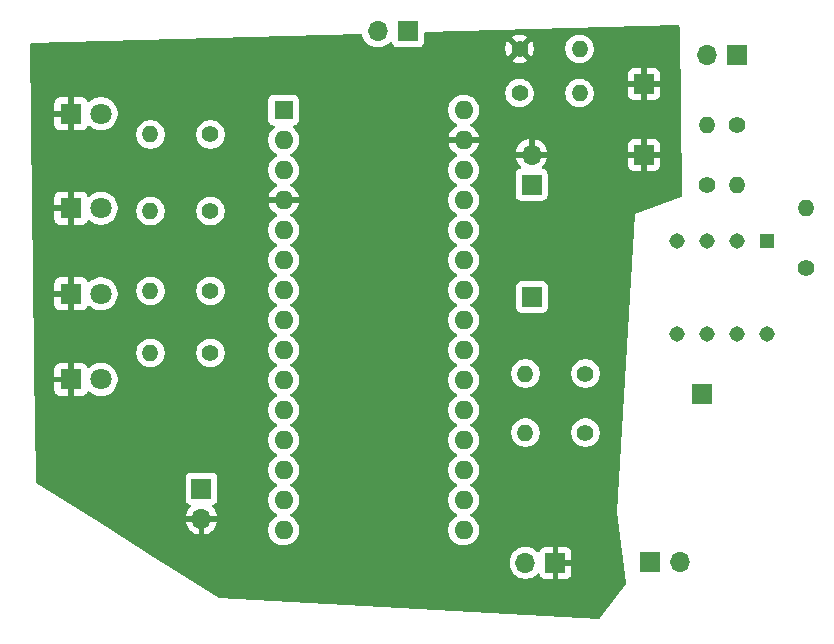
<source format=gbr>
%TF.GenerationSoftware,KiCad,Pcbnew,9.0.0*%
%TF.CreationDate,2025-03-12T10:53:54-03:00*%
%TF.ProjectId,ReceiverSide,52656365-6976-4657-9253-6964652e6b69,rev?*%
%TF.SameCoordinates,Original*%
%TF.FileFunction,Copper,L2,Bot*%
%TF.FilePolarity,Positive*%
%FSLAX46Y46*%
G04 Gerber Fmt 4.6, Leading zero omitted, Abs format (unit mm)*
G04 Created by KiCad (PCBNEW 9.0.0) date 2025-03-12 10:53:54*
%MOMM*%
%LPD*%
G01*
G04 APERTURE LIST*
%TA.AperFunction,ComponentPad*%
%ADD10R,1.700000X1.700000*%
%TD*%
%TA.AperFunction,ComponentPad*%
%ADD11O,1.700000X1.700000*%
%TD*%
%TA.AperFunction,ComponentPad*%
%ADD12R,1.800000X1.800000*%
%TD*%
%TA.AperFunction,ComponentPad*%
%ADD13C,1.800000*%
%TD*%
%TA.AperFunction,ComponentPad*%
%ADD14C,1.400000*%
%TD*%
%TA.AperFunction,ComponentPad*%
%ADD15O,1.400000X1.400000*%
%TD*%
%TA.AperFunction,ComponentPad*%
%ADD16R,1.308000X1.308000*%
%TD*%
%TA.AperFunction,ComponentPad*%
%ADD17C,1.308000*%
%TD*%
%TA.AperFunction,ComponentPad*%
%ADD18R,1.600000X1.600000*%
%TD*%
%TA.AperFunction,ComponentPad*%
%ADD19O,1.600000X1.600000*%
%TD*%
G04 APERTURE END LIST*
D10*
%TO.P,GND2,1,Pin_1*%
%TO.N,GND*%
X173000000Y-73250000D03*
%TD*%
%TO.P,GND1,1,Pin_1*%
%TO.N,GND*%
X173000000Y-79250000D03*
%TD*%
%TO.P,OP-PWR-IN1,1,Pin_1*%
%TO.N,+5V*%
X153000000Y-68775000D03*
D11*
%TO.P,OP-PWR-IN1,2,Pin_2*%
%TO.N,+3.3V*%
X150460000Y-68775000D03*
%TD*%
D12*
%TO.P,D2,1,K*%
%TO.N,GND*%
X124480000Y-83750000D03*
D13*
%TO.P,D2,2,A*%
%TO.N,Net-(D2-A)*%
X127020000Y-83750000D03*
%TD*%
D14*
%TO.P,R3,1*%
%TO.N,/LED3*%
X136290000Y-90750000D03*
D15*
%TO.P,R3,2*%
%TO.N,Net-(D3-A)*%
X131210000Y-90750000D03*
%TD*%
D16*
%TO.P,Op-Amp1,1,NC__1*%
%TO.N,unconnected-(Op-Amp1-NC__1-Pad1)*%
X183435000Y-86565000D03*
D17*
%TO.P,Op-Amp1,2,VIN-*%
%TO.N,Net-(Op-Amp1-VIN-)*%
X180895000Y-86565000D03*
%TO.P,Op-Amp1,3,VIN+*%
%TO.N,Net-(Op-Amp1-VIN+)*%
X178355000Y-86565000D03*
%TO.P,Op-Amp1,4,VSS*%
%TO.N,/VSS-*%
X175815000Y-86565000D03*
%TO.P,Op-Amp1,5,NC*%
%TO.N,unconnected-(Op-Amp1-NC-Pad5)*%
X175815000Y-94435000D03*
%TO.P,Op-Amp1,6,VOUT*%
%TO.N,/VOUT*%
X178355000Y-94435000D03*
%TO.P,Op-Amp1,7,VDD*%
%TO.N,/VDD+*%
X180895000Y-94435000D03*
%TO.P,Op-Amp1,8,NC__2*%
%TO.N,unconnected-(Op-Amp1-NC__2-Pad8)*%
X183435000Y-94435000D03*
%TD*%
D10*
%TO.P,OP-IN1,1,Pin_1*%
%TO.N,Net-(OP-IN1-Pin_1)*%
X180895000Y-70775000D03*
D11*
%TO.P,OP-IN1,2,Pin_2*%
%TO.N,Net-(OP-IN1-Pin_2)*%
X178355000Y-70775000D03*
%TD*%
D14*
%TO.P,R2,1*%
%TO.N,/LED2*%
X136290000Y-84000000D03*
D15*
%TO.P,R2,2*%
%TO.N,Net-(D2-A)*%
X131210000Y-84000000D03*
%TD*%
D14*
%TO.P,ACC2,1*%
%TO.N,unconnected-(ACC2-Pad1)*%
X168040000Y-97750000D03*
D15*
%TO.P,ACC2,2*%
%TO.N,Net-(ACC1-Pad2)*%
X162960000Y-97750000D03*
%TD*%
D10*
%TO.P,OP-PWR1,1,Pin_1*%
%TO.N,/VSS-*%
X173500000Y-113725000D03*
D11*
%TO.P,OP-PWR1,2,Pin_2*%
%TO.N,/VDD+*%
X176040000Y-113725000D03*
%TD*%
D14*
%TO.P,ACC1,1*%
%TO.N,unconnected-(ACC1-Pad1)*%
X168040000Y-102750000D03*
D15*
%TO.P,ACC1,2*%
%TO.N,Net-(ACC1-Pad2)*%
X162960000Y-102750000D03*
%TD*%
D12*
%TO.P,D4,1,K*%
%TO.N,GND*%
X124480000Y-98250000D03*
D13*
%TO.P,D4,2,A*%
%TO.N,Net-(D4-A)*%
X127020000Y-98250000D03*
%TD*%
D14*
%TO.P,R5,1*%
%TO.N,GND*%
X162460000Y-70250000D03*
D15*
%TO.P,R5,2*%
%TO.N,/Photores*%
X167540000Y-70250000D03*
%TD*%
D18*
%TO.P,A1,1,D1/TX*%
%TO.N,unconnected-(A1-D1{slash}TX-Pad1)*%
X142480000Y-75440000D03*
D19*
%TO.P,A1,2,D0/RX*%
%TO.N,unconnected-(A1-D0{slash}RX-Pad2)*%
X142480000Y-77980000D03*
%TO.P,A1,3,~{RESET}*%
%TO.N,unconnected-(A1-~{RESET}-Pad3)*%
X142480000Y-80520000D03*
%TO.P,A1,4,GND*%
%TO.N,GND*%
X142480000Y-83060000D03*
%TO.P,A1,5,D2*%
%TO.N,/LED1*%
X142480000Y-85600000D03*
%TO.P,A1,6,D3*%
%TO.N,/LED2*%
X142480000Y-88140000D03*
%TO.P,A1,7,D4*%
%TO.N,/LED3*%
X142480000Y-90680000D03*
%TO.P,A1,8,D5*%
%TO.N,/LED4*%
X142480000Y-93220000D03*
%TO.P,A1,9,D6*%
%TO.N,/Speaker*%
X142480000Y-95760000D03*
%TO.P,A1,10,D7*%
%TO.N,unconnected-(A1-D7-Pad10)*%
X142480000Y-98300000D03*
%TO.P,A1,11,D8*%
%TO.N,unconnected-(A1-D8-Pad11)*%
X142480000Y-100840000D03*
%TO.P,A1,12,D9*%
%TO.N,unconnected-(A1-D9-Pad12)*%
X142480000Y-103380000D03*
%TO.P,A1,13,D10*%
%TO.N,unconnected-(A1-D10-Pad13)*%
X142480000Y-105920000D03*
%TO.P,A1,14,D11*%
%TO.N,unconnected-(A1-D11-Pad14)*%
X142480000Y-108460000D03*
%TO.P,A1,15,D12*%
%TO.N,unconnected-(A1-D12-Pad15)*%
X142480000Y-111000000D03*
%TO.P,A1,16,D13*%
%TO.N,unconnected-(A1-D13-Pad16)*%
X157720000Y-111000000D03*
%TO.P,A1,17,3V3*%
%TO.N,+3.3V*%
X157720000Y-108460000D03*
%TO.P,A1,18,AREF*%
%TO.N,unconnected-(A1-AREF-Pad18)*%
X157720000Y-105920000D03*
%TO.P,A1,19,A0*%
%TO.N,unconnected-(A1-A0-Pad19)*%
X157720000Y-103380000D03*
%TO.P,A1,20,A1*%
%TO.N,unconnected-(A1-A1-Pad20)*%
X157720000Y-100840000D03*
%TO.P,A1,21,A2*%
%TO.N,unconnected-(A1-A2-Pad21)*%
X157720000Y-98300000D03*
%TO.P,A1,22,A3*%
%TO.N,unconnected-(A1-A3-Pad22)*%
X157720000Y-95760000D03*
%TO.P,A1,23,A4*%
%TO.N,unconnected-(A1-A4-Pad23)*%
X157720000Y-93220000D03*
%TO.P,A1,24,A5*%
%TO.N,unconnected-(A1-A5-Pad24)*%
X157720000Y-90680000D03*
%TO.P,A1,25,A6*%
%TO.N,/Halleffect*%
X157720000Y-88140000D03*
%TO.P,A1,26,A7*%
%TO.N,/Photores*%
X157720000Y-85600000D03*
%TO.P,A1,27,+5V*%
%TO.N,+5V*%
X157720000Y-83060000D03*
%TO.P,A1,28,~{RESET}*%
%TO.N,unconnected-(A1-~{RESET}-Pad28)*%
X157720000Y-80520000D03*
%TO.P,A1,29,GND*%
%TO.N,GND*%
X157720000Y-77980000D03*
%TO.P,A1,30,VIN*%
%TO.N,Net-(A1-VIN)*%
X157720000Y-75440000D03*
%TD*%
D14*
%TO.P,ACC3,1*%
%TO.N,Net-(Op-Amp1-VIN+)*%
X178355000Y-81790000D03*
D15*
%TO.P,ACC3,2*%
%TO.N,Net-(OP-IN1-Pin_2)*%
X178355000Y-76710000D03*
%TD*%
D12*
%TO.P,D1,1,K*%
%TO.N,GND*%
X124480000Y-75750000D03*
D13*
%TO.P,D1,2,A*%
%TO.N,Net-(D1-A)*%
X127020000Y-75750000D03*
%TD*%
D14*
%TO.P,ACC4,1*%
%TO.N,Net-(OP-IN1-Pin_1)*%
X180895000Y-76709999D03*
D15*
%TO.P,ACC4,2*%
%TO.N,Net-(Op-Amp1-VIN-)*%
X180895000Y-81789999D03*
%TD*%
D14*
%TO.P,R4,1*%
%TO.N,/LED4*%
X136290000Y-96000000D03*
D15*
%TO.P,R4,2*%
%TO.N,Net-(D4-A)*%
X131210000Y-96000000D03*
%TD*%
D14*
%TO.P,PR1,1*%
%TO.N,+5V*%
X162460000Y-74000000D03*
D15*
%TO.P,PR1,2*%
%TO.N,/Photores*%
X167540000Y-74000000D03*
%TD*%
D10*
%TO.P,Speaker1,1,Pin_1*%
%TO.N,/Speaker*%
X135525000Y-107500000D03*
D11*
%TO.P,Speaker1,2,Pin_2*%
%TO.N,GND*%
X135525000Y-110040000D03*
%TD*%
D14*
%TO.P,ACC5,1*%
%TO.N,/VOUT*%
X186750000Y-88830000D03*
D15*
%TO.P,ACC5,2*%
%TO.N,Net-(Op-Amp1-VIN-)*%
X186750000Y-83750000D03*
%TD*%
D14*
%TO.P,R1,1*%
%TO.N,/LED1*%
X136290000Y-77500000D03*
D15*
%TO.P,R1,2*%
%TO.N,Net-(D1-A)*%
X131210000Y-77500000D03*
%TD*%
D10*
%TO.P,Hall1,1,Pin_1*%
%TO.N,+5V*%
X163475000Y-81750000D03*
D11*
%TO.P,Hall1,2,Pin_2*%
%TO.N,GND*%
X163475000Y-79210000D03*
%TD*%
D10*
%TO.P,HALL-IN1,1,Pin_1*%
%TO.N,/Halleffect*%
X163500000Y-91250000D03*
%TD*%
%TO.P,AUX-PWR1,1,Pin_1*%
%TO.N,GND*%
X165500000Y-113775000D03*
D11*
%TO.P,AUX-PWR1,2,Pin_2*%
%TO.N,Net-(A1-VIN)*%
X162960000Y-113775000D03*
%TD*%
D12*
%TO.P,D3,1,K*%
%TO.N,GND*%
X124480000Y-91000000D03*
D13*
%TO.P,D3,2,A*%
%TO.N,Net-(D3-A)*%
X127020000Y-91000000D03*
%TD*%
D10*
%TO.P,OP-OUT1,1,Pin_1*%
%TO.N,/VOUT*%
X177895000Y-99500000D03*
%TD*%
%TA.AperFunction,Conductor*%
%TO.N,GND*%
G36*
X175942348Y-68271264D02*
G01*
X175989525Y-68322801D01*
X176002159Y-68375230D01*
X176248491Y-82662488D01*
X176229965Y-82729857D01*
X176177957Y-82776516D01*
X176168048Y-82780731D01*
X172250000Y-84249999D01*
X170749999Y-109500000D01*
X171493786Y-115450293D01*
X171482569Y-115519256D01*
X171469944Y-115540073D01*
X169289756Y-118446991D01*
X169233785Y-118488812D01*
X169183837Y-118496409D01*
X137032095Y-116751741D01*
X136972790Y-116732884D01*
X132260660Y-113768802D01*
X132101544Y-113668713D01*
X161609500Y-113668713D01*
X161609500Y-113881286D01*
X161634834Y-114041243D01*
X161642754Y-114091243D01*
X161703827Y-114279207D01*
X161708444Y-114293414D01*
X161804951Y-114482820D01*
X161929890Y-114654786D01*
X162080213Y-114805109D01*
X162252179Y-114930048D01*
X162252181Y-114930049D01*
X162252184Y-114930051D01*
X162441588Y-115026557D01*
X162643757Y-115092246D01*
X162853713Y-115125500D01*
X162853714Y-115125500D01*
X163066286Y-115125500D01*
X163066287Y-115125500D01*
X163276243Y-115092246D01*
X163478412Y-115026557D01*
X163667816Y-114930051D01*
X163754478Y-114867088D01*
X163839784Y-114805110D01*
X163839784Y-114805109D01*
X163839792Y-114805104D01*
X163953717Y-114691178D01*
X164015036Y-114657696D01*
X164084728Y-114662680D01*
X164140662Y-114704551D01*
X164157577Y-114735528D01*
X164206646Y-114867088D01*
X164206649Y-114867093D01*
X164292809Y-114982187D01*
X164292812Y-114982190D01*
X164407906Y-115068350D01*
X164407913Y-115068354D01*
X164542620Y-115118596D01*
X164542627Y-115118598D01*
X164602155Y-115124999D01*
X164602172Y-115125000D01*
X165250000Y-115125000D01*
X165250000Y-114208012D01*
X165307007Y-114240925D01*
X165434174Y-114275000D01*
X165565826Y-114275000D01*
X165692993Y-114240925D01*
X165750000Y-114208012D01*
X165750000Y-115125000D01*
X166397828Y-115125000D01*
X166397844Y-115124999D01*
X166457372Y-115118598D01*
X166457379Y-115118596D01*
X166592086Y-115068354D01*
X166592093Y-115068350D01*
X166707187Y-114982190D01*
X166707190Y-114982187D01*
X166793350Y-114867093D01*
X166793354Y-114867086D01*
X166843596Y-114732379D01*
X166843598Y-114732372D01*
X166849999Y-114672844D01*
X166850000Y-114672827D01*
X166850000Y-114025000D01*
X165933012Y-114025000D01*
X165965925Y-113967993D01*
X166000000Y-113840826D01*
X166000000Y-113709174D01*
X165965925Y-113582007D01*
X165933012Y-113525000D01*
X166850000Y-113525000D01*
X166850000Y-112877172D01*
X166849999Y-112877155D01*
X166843598Y-112817627D01*
X166843596Y-112817620D01*
X166793354Y-112682913D01*
X166793350Y-112682906D01*
X166707190Y-112567812D01*
X166707187Y-112567809D01*
X166592093Y-112481649D01*
X166592086Y-112481645D01*
X166457379Y-112431403D01*
X166457372Y-112431401D01*
X166397844Y-112425000D01*
X165750000Y-112425000D01*
X165750000Y-113341988D01*
X165692993Y-113309075D01*
X165565826Y-113275000D01*
X165434174Y-113275000D01*
X165307007Y-113309075D01*
X165250000Y-113341988D01*
X165250000Y-112425000D01*
X164602155Y-112425000D01*
X164542627Y-112431401D01*
X164542620Y-112431403D01*
X164407913Y-112481645D01*
X164407906Y-112481649D01*
X164292812Y-112567809D01*
X164292809Y-112567812D01*
X164206649Y-112682906D01*
X164206646Y-112682912D01*
X164157577Y-112814471D01*
X164115705Y-112870404D01*
X164050241Y-112894821D01*
X163981968Y-112879969D01*
X163953714Y-112858818D01*
X163839786Y-112744890D01*
X163667820Y-112619951D01*
X163478414Y-112523444D01*
X163478413Y-112523443D01*
X163478412Y-112523443D01*
X163276243Y-112457754D01*
X163276241Y-112457753D01*
X163276240Y-112457753D01*
X163114957Y-112432208D01*
X163066287Y-112424500D01*
X162853713Y-112424500D01*
X162805042Y-112432208D01*
X162643760Y-112457753D01*
X162441585Y-112523444D01*
X162252179Y-112619951D01*
X162080213Y-112744890D01*
X161929890Y-112895213D01*
X161804951Y-113067179D01*
X161708444Y-113256585D01*
X161642753Y-113458760D01*
X161609500Y-113668713D01*
X132101544Y-113668713D01*
X126838196Y-110357897D01*
X121557060Y-107035892D01*
X121510795Y-106983535D01*
X121499095Y-106932595D01*
X121494659Y-106602135D01*
X134174500Y-106602135D01*
X134174500Y-108397870D01*
X134174501Y-108397876D01*
X134180908Y-108457483D01*
X134231202Y-108592328D01*
X134231206Y-108592335D01*
X134317452Y-108707544D01*
X134317455Y-108707547D01*
X134432664Y-108793793D01*
X134432671Y-108793797D01*
X134432674Y-108793798D01*
X134564598Y-108843002D01*
X134620531Y-108884873D01*
X134644949Y-108950337D01*
X134630098Y-109018610D01*
X134608947Y-109046865D01*
X134495271Y-109160541D01*
X134370379Y-109332442D01*
X134273904Y-109521782D01*
X134208242Y-109723870D01*
X134208242Y-109723873D01*
X134197769Y-109790000D01*
X135091988Y-109790000D01*
X135059075Y-109847007D01*
X135025000Y-109974174D01*
X135025000Y-110105826D01*
X135059075Y-110232993D01*
X135091988Y-110290000D01*
X134197769Y-110290000D01*
X134208242Y-110356126D01*
X134208242Y-110356129D01*
X134273904Y-110558217D01*
X134370379Y-110747557D01*
X134495272Y-110919459D01*
X134495276Y-110919464D01*
X134645535Y-111069723D01*
X134645540Y-111069727D01*
X134817442Y-111194620D01*
X135006782Y-111291095D01*
X135208871Y-111356757D01*
X135275000Y-111367231D01*
X135275000Y-110473012D01*
X135332007Y-110505925D01*
X135459174Y-110540000D01*
X135590826Y-110540000D01*
X135717993Y-110505925D01*
X135775000Y-110473012D01*
X135775000Y-111367230D01*
X135841126Y-111356757D01*
X135841129Y-111356757D01*
X136043217Y-111291095D01*
X136232557Y-111194620D01*
X136404459Y-111069727D01*
X136404464Y-111069723D01*
X136554723Y-110919464D01*
X136554727Y-110919459D01*
X136679620Y-110747557D01*
X136776095Y-110558217D01*
X136841757Y-110356129D01*
X136841757Y-110356126D01*
X136852231Y-110290000D01*
X135958012Y-110290000D01*
X135990925Y-110232993D01*
X136025000Y-110105826D01*
X136025000Y-109974174D01*
X135990925Y-109847007D01*
X135958012Y-109790000D01*
X136852231Y-109790000D01*
X136841757Y-109723873D01*
X136841757Y-109723870D01*
X136776095Y-109521782D01*
X136679620Y-109332442D01*
X136554727Y-109160540D01*
X136554723Y-109160535D01*
X136441053Y-109046865D01*
X136407568Y-108985542D01*
X136412552Y-108915850D01*
X136454424Y-108859917D01*
X136485400Y-108843002D01*
X136617331Y-108793796D01*
X136732546Y-108707546D01*
X136818796Y-108592331D01*
X136869091Y-108457483D01*
X136875500Y-108397873D01*
X136875499Y-106602128D01*
X136869091Y-106542517D01*
X136823105Y-106419223D01*
X136818797Y-106407671D01*
X136818793Y-106407664D01*
X136732547Y-106292455D01*
X136732544Y-106292452D01*
X136617335Y-106206206D01*
X136617328Y-106206202D01*
X136482482Y-106155908D01*
X136482483Y-106155908D01*
X136422883Y-106149501D01*
X136422881Y-106149500D01*
X136422873Y-106149500D01*
X136422864Y-106149500D01*
X134627129Y-106149500D01*
X134627123Y-106149501D01*
X134567516Y-106155908D01*
X134432671Y-106206202D01*
X134432664Y-106206206D01*
X134317455Y-106292452D01*
X134317452Y-106292455D01*
X134231206Y-106407664D01*
X134231202Y-106407671D01*
X134180908Y-106542517D01*
X134174555Y-106601613D01*
X134174501Y-106602123D01*
X134174500Y-106602135D01*
X121494659Y-106602135D01*
X121369827Y-97302155D01*
X123080000Y-97302155D01*
X123080000Y-98000000D01*
X124104722Y-98000000D01*
X124060667Y-98076306D01*
X124030000Y-98190756D01*
X124030000Y-98309244D01*
X124060667Y-98423694D01*
X124104722Y-98500000D01*
X123080000Y-98500000D01*
X123080000Y-99197844D01*
X123086401Y-99257372D01*
X123086403Y-99257379D01*
X123136645Y-99392086D01*
X123136649Y-99392093D01*
X123222809Y-99507187D01*
X123222812Y-99507190D01*
X123337906Y-99593350D01*
X123337913Y-99593354D01*
X123472620Y-99643596D01*
X123472627Y-99643598D01*
X123532155Y-99649999D01*
X123532172Y-99650000D01*
X124230000Y-99650000D01*
X124230000Y-98625277D01*
X124306306Y-98669333D01*
X124420756Y-98700000D01*
X124539244Y-98700000D01*
X124653694Y-98669333D01*
X124730000Y-98625277D01*
X124730000Y-99650000D01*
X125427828Y-99650000D01*
X125427844Y-99649999D01*
X125487372Y-99643598D01*
X125487379Y-99643596D01*
X125622086Y-99593354D01*
X125622093Y-99593350D01*
X125737187Y-99507190D01*
X125737190Y-99507187D01*
X125823350Y-99392093D01*
X125823354Y-99392086D01*
X125853213Y-99312031D01*
X125895084Y-99256097D01*
X125960548Y-99231680D01*
X126028821Y-99246531D01*
X126057076Y-99267683D01*
X126107636Y-99318243D01*
X126107641Y-99318247D01*
X126263192Y-99431260D01*
X126285978Y-99447815D01*
X126402501Y-99507187D01*
X126482393Y-99547895D01*
X126482396Y-99547896D01*
X126566773Y-99575311D01*
X126692049Y-99616015D01*
X126909778Y-99650500D01*
X126909779Y-99650500D01*
X127130221Y-99650500D01*
X127130222Y-99650500D01*
X127347951Y-99616015D01*
X127557606Y-99547895D01*
X127754022Y-99447815D01*
X127932365Y-99318242D01*
X128088242Y-99162365D01*
X128217815Y-98984022D01*
X128317895Y-98787606D01*
X128386015Y-98577951D01*
X128420500Y-98360222D01*
X128420500Y-98139778D01*
X128386015Y-97922049D01*
X128346612Y-97800776D01*
X128317896Y-97712396D01*
X128317895Y-97712393D01*
X128283237Y-97644375D01*
X128217815Y-97515978D01*
X128171900Y-97452781D01*
X128088247Y-97337641D01*
X128088243Y-97337636D01*
X127932363Y-97181756D01*
X127932358Y-97181752D01*
X127754025Y-97052187D01*
X127754024Y-97052186D01*
X127754022Y-97052185D01*
X127691096Y-97020122D01*
X127557606Y-96952104D01*
X127557603Y-96952103D01*
X127347952Y-96883985D01*
X127239086Y-96866742D01*
X127130222Y-96849500D01*
X126909778Y-96849500D01*
X126837201Y-96860995D01*
X126692047Y-96883985D01*
X126482396Y-96952103D01*
X126482393Y-96952104D01*
X126285974Y-97052187D01*
X126107641Y-97181752D01*
X126107636Y-97181756D01*
X126057075Y-97232317D01*
X125995752Y-97265801D01*
X125926060Y-97260816D01*
X125870127Y-97218945D01*
X125853213Y-97187968D01*
X125823354Y-97107913D01*
X125823350Y-97107906D01*
X125737190Y-96992812D01*
X125737187Y-96992809D01*
X125622093Y-96906649D01*
X125622086Y-96906645D01*
X125487379Y-96856403D01*
X125487372Y-96856401D01*
X125427844Y-96850000D01*
X124730000Y-96850000D01*
X124730000Y-97874722D01*
X124653694Y-97830667D01*
X124539244Y-97800000D01*
X124420756Y-97800000D01*
X124306306Y-97830667D01*
X124230000Y-97874722D01*
X124230000Y-96850000D01*
X123532155Y-96850000D01*
X123472627Y-96856401D01*
X123472620Y-96856403D01*
X123337913Y-96906645D01*
X123337906Y-96906649D01*
X123222812Y-96992809D01*
X123222809Y-96992812D01*
X123136649Y-97107906D01*
X123136645Y-97107913D01*
X123086403Y-97242620D01*
X123086401Y-97242627D01*
X123080000Y-97302155D01*
X121369827Y-97302155D01*
X121351080Y-95905513D01*
X130009500Y-95905513D01*
X130009500Y-96094486D01*
X130039059Y-96281118D01*
X130097454Y-96460836D01*
X130172041Y-96607219D01*
X130183240Y-96629199D01*
X130294310Y-96782073D01*
X130427927Y-96915690D01*
X130580801Y-97026760D01*
X130660347Y-97067290D01*
X130749163Y-97112545D01*
X130749165Y-97112545D01*
X130749168Y-97112547D01*
X130835152Y-97140485D01*
X130928881Y-97170940D01*
X131115514Y-97200500D01*
X131115519Y-97200500D01*
X131304486Y-97200500D01*
X131491118Y-97170940D01*
X131670832Y-97112547D01*
X131839199Y-97026760D01*
X131992073Y-96915690D01*
X132125690Y-96782073D01*
X132236760Y-96629199D01*
X132322547Y-96460832D01*
X132380940Y-96281118D01*
X132384408Y-96259223D01*
X132410500Y-96094486D01*
X132410500Y-95905513D01*
X135089500Y-95905513D01*
X135089500Y-96094486D01*
X135119059Y-96281118D01*
X135177454Y-96460836D01*
X135252041Y-96607219D01*
X135263240Y-96629199D01*
X135374310Y-96782073D01*
X135507927Y-96915690D01*
X135660801Y-97026760D01*
X135740347Y-97067290D01*
X135829163Y-97112545D01*
X135829165Y-97112545D01*
X135829168Y-97112547D01*
X135915152Y-97140485D01*
X136008881Y-97170940D01*
X136195514Y-97200500D01*
X136195519Y-97200500D01*
X136384486Y-97200500D01*
X136571118Y-97170940D01*
X136750832Y-97112547D01*
X136919199Y-97026760D01*
X137072073Y-96915690D01*
X137205690Y-96782073D01*
X137316760Y-96629199D01*
X137402547Y-96460832D01*
X137460940Y-96281118D01*
X137464408Y-96259223D01*
X137490500Y-96094486D01*
X137490500Y-95905513D01*
X137460940Y-95718881D01*
X137402545Y-95539163D01*
X137357290Y-95450347D01*
X137316760Y-95370801D01*
X137205690Y-95217927D01*
X137072073Y-95084310D01*
X136919199Y-94973240D01*
X136750836Y-94887454D01*
X136571118Y-94829059D01*
X136384486Y-94799500D01*
X136384481Y-94799500D01*
X136195519Y-94799500D01*
X136195514Y-94799500D01*
X136008881Y-94829059D01*
X135829163Y-94887454D01*
X135660800Y-94973240D01*
X135573579Y-95036610D01*
X135507927Y-95084310D01*
X135507925Y-95084312D01*
X135507924Y-95084312D01*
X135374312Y-95217924D01*
X135374312Y-95217925D01*
X135374310Y-95217927D01*
X135343178Y-95260776D01*
X135263240Y-95370800D01*
X135177454Y-95539163D01*
X135119059Y-95718881D01*
X135089500Y-95905513D01*
X132410500Y-95905513D01*
X132380940Y-95718881D01*
X132322545Y-95539163D01*
X132277290Y-95450347D01*
X132236760Y-95370801D01*
X132125690Y-95217927D01*
X131992073Y-95084310D01*
X131839199Y-94973240D01*
X131670836Y-94887454D01*
X131491118Y-94829059D01*
X131304486Y-94799500D01*
X131304481Y-94799500D01*
X131115519Y-94799500D01*
X131115514Y-94799500D01*
X130928881Y-94829059D01*
X130749163Y-94887454D01*
X130580800Y-94973240D01*
X130493579Y-95036610D01*
X130427927Y-95084310D01*
X130427925Y-95084312D01*
X130427924Y-95084312D01*
X130294312Y-95217924D01*
X130294312Y-95217925D01*
X130294310Y-95217927D01*
X130263178Y-95260776D01*
X130183240Y-95370800D01*
X130097454Y-95539163D01*
X130039059Y-95718881D01*
X130009500Y-95905513D01*
X121351080Y-95905513D01*
X121272511Y-90052155D01*
X123080000Y-90052155D01*
X123080000Y-90750000D01*
X124104722Y-90750000D01*
X124060667Y-90826306D01*
X124030000Y-90940756D01*
X124030000Y-91059244D01*
X124060667Y-91173694D01*
X124104722Y-91250000D01*
X123080000Y-91250000D01*
X123080000Y-91947844D01*
X123086401Y-92007372D01*
X123086403Y-92007379D01*
X123136645Y-92142086D01*
X123136649Y-92142093D01*
X123222809Y-92257187D01*
X123222812Y-92257190D01*
X123337906Y-92343350D01*
X123337913Y-92343354D01*
X123472620Y-92393596D01*
X123472627Y-92393598D01*
X123532155Y-92399999D01*
X123532172Y-92400000D01*
X124230000Y-92400000D01*
X124230000Y-91375277D01*
X124306306Y-91419333D01*
X124420756Y-91450000D01*
X124539244Y-91450000D01*
X124653694Y-91419333D01*
X124730000Y-91375277D01*
X124730000Y-92400000D01*
X125427828Y-92400000D01*
X125427844Y-92399999D01*
X125487372Y-92393598D01*
X125487379Y-92393596D01*
X125622086Y-92343354D01*
X125622093Y-92343350D01*
X125737187Y-92257190D01*
X125737190Y-92257187D01*
X125823350Y-92142093D01*
X125823354Y-92142086D01*
X125853213Y-92062031D01*
X125895084Y-92006097D01*
X125960548Y-91981680D01*
X126028821Y-91996531D01*
X126057076Y-92017683D01*
X126107636Y-92068243D01*
X126107641Y-92068247D01*
X126217226Y-92147864D01*
X126285978Y-92197815D01*
X126402501Y-92257187D01*
X126482393Y-92297895D01*
X126482396Y-92297896D01*
X126587221Y-92331955D01*
X126692049Y-92366015D01*
X126909778Y-92400500D01*
X126909779Y-92400500D01*
X127130221Y-92400500D01*
X127130222Y-92400500D01*
X127347951Y-92366015D01*
X127557606Y-92297895D01*
X127754022Y-92197815D01*
X127932365Y-92068242D01*
X128088242Y-91912365D01*
X128217815Y-91734022D01*
X128317895Y-91537606D01*
X128386015Y-91327951D01*
X128420500Y-91110222D01*
X128420500Y-90889778D01*
X128386015Y-90672049D01*
X128380642Y-90655513D01*
X130009500Y-90655513D01*
X130009500Y-90844486D01*
X130039059Y-91031118D01*
X130097454Y-91210836D01*
X130183240Y-91379199D01*
X130294310Y-91532073D01*
X130427927Y-91665690D01*
X130580801Y-91776760D01*
X130611269Y-91792284D01*
X130749163Y-91862545D01*
X130749165Y-91862545D01*
X130749168Y-91862547D01*
X130818948Y-91885220D01*
X130928881Y-91920940D01*
X131115514Y-91950500D01*
X131115519Y-91950500D01*
X131304486Y-91950500D01*
X131491118Y-91920940D01*
X131517515Y-91912363D01*
X131670832Y-91862547D01*
X131839199Y-91776760D01*
X131992073Y-91665690D01*
X132125690Y-91532073D01*
X132236760Y-91379199D01*
X132322547Y-91210832D01*
X132380940Y-91031118D01*
X132403326Y-90889778D01*
X132410500Y-90844486D01*
X132410500Y-90655513D01*
X135089500Y-90655513D01*
X135089500Y-90844486D01*
X135119059Y-91031118D01*
X135177454Y-91210836D01*
X135263240Y-91379199D01*
X135374310Y-91532073D01*
X135507927Y-91665690D01*
X135660801Y-91776760D01*
X135691269Y-91792284D01*
X135829163Y-91862545D01*
X135829165Y-91862545D01*
X135829168Y-91862547D01*
X135898948Y-91885220D01*
X136008881Y-91920940D01*
X136195514Y-91950500D01*
X136195519Y-91950500D01*
X136384486Y-91950500D01*
X136571118Y-91920940D01*
X136597515Y-91912363D01*
X136750832Y-91862547D01*
X136919199Y-91776760D01*
X137072073Y-91665690D01*
X137205690Y-91532073D01*
X137316760Y-91379199D01*
X137402547Y-91210832D01*
X137460940Y-91031118D01*
X137483326Y-90889778D01*
X137490500Y-90844486D01*
X137490500Y-90655513D01*
X137460940Y-90468881D01*
X137403635Y-90292517D01*
X137402547Y-90289168D01*
X137402545Y-90289165D01*
X137402545Y-90289163D01*
X137335545Y-90157669D01*
X137316760Y-90120801D01*
X137205690Y-89967927D01*
X137072073Y-89834310D01*
X136919199Y-89723240D01*
X136750836Y-89637454D01*
X136571118Y-89579059D01*
X136384486Y-89549500D01*
X136384481Y-89549500D01*
X136195519Y-89549500D01*
X136195514Y-89549500D01*
X136008881Y-89579059D01*
X135829163Y-89637454D01*
X135660800Y-89723240D01*
X135573579Y-89786610D01*
X135507927Y-89834310D01*
X135507925Y-89834312D01*
X135507924Y-89834312D01*
X135374312Y-89967924D01*
X135374312Y-89967925D01*
X135374310Y-89967927D01*
X135343149Y-90010816D01*
X135263240Y-90120800D01*
X135177454Y-90289163D01*
X135119059Y-90468881D01*
X135089500Y-90655513D01*
X132410500Y-90655513D01*
X132380940Y-90468881D01*
X132323635Y-90292517D01*
X132322547Y-90289168D01*
X132322545Y-90289165D01*
X132322545Y-90289163D01*
X132255545Y-90157669D01*
X132236760Y-90120801D01*
X132125690Y-89967927D01*
X131992073Y-89834310D01*
X131839199Y-89723240D01*
X131670836Y-89637454D01*
X131491118Y-89579059D01*
X131304486Y-89549500D01*
X131304481Y-89549500D01*
X131115519Y-89549500D01*
X131115514Y-89549500D01*
X130928881Y-89579059D01*
X130749163Y-89637454D01*
X130580800Y-89723240D01*
X130493579Y-89786610D01*
X130427927Y-89834310D01*
X130427925Y-89834312D01*
X130427924Y-89834312D01*
X130294312Y-89967924D01*
X130294312Y-89967925D01*
X130294310Y-89967927D01*
X130263149Y-90010816D01*
X130183240Y-90120800D01*
X130097454Y-90289163D01*
X130039059Y-90468881D01*
X130009500Y-90655513D01*
X128380642Y-90655513D01*
X128355343Y-90577648D01*
X128317896Y-90462396D01*
X128317895Y-90462393D01*
X128283237Y-90394375D01*
X128217815Y-90265978D01*
X128155916Y-90180781D01*
X128088247Y-90087641D01*
X128088243Y-90087636D01*
X127932363Y-89931756D01*
X127932358Y-89931752D01*
X127754025Y-89802187D01*
X127754024Y-89802186D01*
X127754022Y-89802185D01*
X127691096Y-89770122D01*
X127557606Y-89702104D01*
X127557603Y-89702103D01*
X127347952Y-89633985D01*
X127239086Y-89616742D01*
X127130222Y-89599500D01*
X126909778Y-89599500D01*
X126837201Y-89610995D01*
X126692047Y-89633985D01*
X126482396Y-89702103D01*
X126482393Y-89702104D01*
X126285974Y-89802187D01*
X126107641Y-89931752D01*
X126107636Y-89931756D01*
X126057075Y-89982317D01*
X125995752Y-90015801D01*
X125926060Y-90010816D01*
X125870127Y-89968945D01*
X125853213Y-89937968D01*
X125823354Y-89857913D01*
X125823350Y-89857906D01*
X125737190Y-89742812D01*
X125737187Y-89742809D01*
X125622093Y-89656649D01*
X125622086Y-89656645D01*
X125487379Y-89606403D01*
X125487372Y-89606401D01*
X125427844Y-89600000D01*
X124730000Y-89600000D01*
X124730000Y-90624722D01*
X124653694Y-90580667D01*
X124539244Y-90550000D01*
X124420756Y-90550000D01*
X124306306Y-90580667D01*
X124230000Y-90624722D01*
X124230000Y-89600000D01*
X123532155Y-89600000D01*
X123472627Y-89606401D01*
X123472620Y-89606403D01*
X123337913Y-89656645D01*
X123337906Y-89656649D01*
X123222812Y-89742809D01*
X123222809Y-89742812D01*
X123136649Y-89857906D01*
X123136645Y-89857913D01*
X123086403Y-89992620D01*
X123086401Y-89992627D01*
X123080000Y-90052155D01*
X121272511Y-90052155D01*
X121175196Y-82802155D01*
X123080000Y-82802155D01*
X123080000Y-83500000D01*
X124104722Y-83500000D01*
X124060667Y-83576306D01*
X124030000Y-83690756D01*
X124030000Y-83809244D01*
X124060667Y-83923694D01*
X124104722Y-84000000D01*
X123080000Y-84000000D01*
X123080000Y-84697844D01*
X123086401Y-84757372D01*
X123086403Y-84757379D01*
X123136645Y-84892086D01*
X123136649Y-84892093D01*
X123222809Y-85007187D01*
X123222812Y-85007190D01*
X123337906Y-85093350D01*
X123337913Y-85093354D01*
X123472620Y-85143596D01*
X123472627Y-85143598D01*
X123532155Y-85149999D01*
X123532172Y-85150000D01*
X124230000Y-85150000D01*
X124230000Y-84125277D01*
X124306306Y-84169333D01*
X124420756Y-84200000D01*
X124539244Y-84200000D01*
X124653694Y-84169333D01*
X124730000Y-84125277D01*
X124730000Y-85150000D01*
X125427828Y-85150000D01*
X125427844Y-85149999D01*
X125487372Y-85143598D01*
X125487379Y-85143596D01*
X125622086Y-85093354D01*
X125622093Y-85093350D01*
X125737187Y-85007190D01*
X125737190Y-85007187D01*
X125823350Y-84892093D01*
X125823354Y-84892086D01*
X125853213Y-84812031D01*
X125895084Y-84756097D01*
X125960548Y-84731680D01*
X126028821Y-84746531D01*
X126057076Y-84767683D01*
X126107636Y-84818243D01*
X126107641Y-84818247D01*
X126241757Y-84915687D01*
X126285978Y-84947815D01*
X126402501Y-85007187D01*
X126482393Y-85047895D01*
X126482396Y-85047896D01*
X126587221Y-85081955D01*
X126692049Y-85116015D01*
X126909778Y-85150500D01*
X126909779Y-85150500D01*
X127130221Y-85150500D01*
X127130222Y-85150500D01*
X127347951Y-85116015D01*
X127557606Y-85047895D01*
X127754022Y-84947815D01*
X127932365Y-84818242D01*
X128088242Y-84662365D01*
X128217815Y-84484022D01*
X128317895Y-84287606D01*
X128386015Y-84077951D01*
X128413327Y-83905513D01*
X130009500Y-83905513D01*
X130009500Y-84094486D01*
X130039059Y-84281118D01*
X130097454Y-84460836D01*
X130172453Y-84608028D01*
X130183240Y-84629199D01*
X130294310Y-84782073D01*
X130427927Y-84915690D01*
X130580801Y-85026760D01*
X130622281Y-85047895D01*
X130749163Y-85112545D01*
X130749165Y-85112545D01*
X130749168Y-85112547D01*
X130844726Y-85143596D01*
X130928881Y-85170940D01*
X131115514Y-85200500D01*
X131115519Y-85200500D01*
X131304486Y-85200500D01*
X131491118Y-85170940D01*
X131554025Y-85150500D01*
X131670832Y-85112547D01*
X131839199Y-85026760D01*
X131992073Y-84915690D01*
X132125690Y-84782073D01*
X132236760Y-84629199D01*
X132322547Y-84460832D01*
X132380940Y-84281118D01*
X132390697Y-84219515D01*
X132410500Y-84094486D01*
X132410500Y-83905513D01*
X135089500Y-83905513D01*
X135089500Y-84094486D01*
X135119059Y-84281118D01*
X135177454Y-84460836D01*
X135252453Y-84608028D01*
X135263240Y-84629199D01*
X135374310Y-84782073D01*
X135507927Y-84915690D01*
X135660801Y-85026760D01*
X135702281Y-85047895D01*
X135829163Y-85112545D01*
X135829165Y-85112545D01*
X135829168Y-85112547D01*
X135924726Y-85143596D01*
X136008881Y-85170940D01*
X136195514Y-85200500D01*
X136195519Y-85200500D01*
X136384486Y-85200500D01*
X136571118Y-85170940D01*
X136634025Y-85150500D01*
X136750832Y-85112547D01*
X136919199Y-85026760D01*
X137072073Y-84915690D01*
X137205690Y-84782073D01*
X137316760Y-84629199D01*
X137402547Y-84460832D01*
X137460940Y-84281118D01*
X137470697Y-84219515D01*
X137490500Y-84094486D01*
X137490500Y-83905513D01*
X137460940Y-83718881D01*
X137414614Y-83576306D01*
X137402547Y-83539168D01*
X137402545Y-83539165D01*
X137402545Y-83539163D01*
X137316759Y-83370800D01*
X137314003Y-83367007D01*
X137205690Y-83217927D01*
X137072073Y-83084310D01*
X136919199Y-82973240D01*
X136888394Y-82957544D01*
X136750836Y-82887454D01*
X136571118Y-82829059D01*
X136384486Y-82799500D01*
X136384481Y-82799500D01*
X136195519Y-82799500D01*
X136195514Y-82799500D01*
X136008881Y-82829059D01*
X135829163Y-82887454D01*
X135660800Y-82973240D01*
X135601983Y-83015974D01*
X135507927Y-83084310D01*
X135507925Y-83084312D01*
X135507924Y-83084312D01*
X135374312Y-83217924D01*
X135374312Y-83217925D01*
X135374310Y-83217927D01*
X135348833Y-83252993D01*
X135263240Y-83370800D01*
X135177454Y-83539163D01*
X135119059Y-83718881D01*
X135089500Y-83905513D01*
X132410500Y-83905513D01*
X132380940Y-83718881D01*
X132334614Y-83576306D01*
X132322547Y-83539168D01*
X132322545Y-83539165D01*
X132322545Y-83539163D01*
X132236759Y-83370800D01*
X132234003Y-83367007D01*
X132125690Y-83217927D01*
X131992073Y-83084310D01*
X131839199Y-82973240D01*
X131808394Y-82957544D01*
X131670836Y-82887454D01*
X131491118Y-82829059D01*
X131304486Y-82799500D01*
X131304481Y-82799500D01*
X131115519Y-82799500D01*
X131115514Y-82799500D01*
X130928881Y-82829059D01*
X130749163Y-82887454D01*
X130580800Y-82973240D01*
X130521983Y-83015974D01*
X130427927Y-83084310D01*
X130427925Y-83084312D01*
X130427924Y-83084312D01*
X130294312Y-83217924D01*
X130294312Y-83217925D01*
X130294310Y-83217927D01*
X130268833Y-83252993D01*
X130183240Y-83370800D01*
X130097454Y-83539163D01*
X130039059Y-83718881D01*
X130009500Y-83905513D01*
X128413327Y-83905513D01*
X128420500Y-83860222D01*
X128420500Y-83639778D01*
X128386015Y-83422049D01*
X128349609Y-83310000D01*
X128317896Y-83212396D01*
X128317895Y-83212393D01*
X128273786Y-83125826D01*
X128217815Y-83015978D01*
X128175362Y-82957546D01*
X128088247Y-82837641D01*
X128088243Y-82837636D01*
X127932363Y-82681756D01*
X127932358Y-82681752D01*
X127754025Y-82552187D01*
X127754024Y-82552186D01*
X127754022Y-82552185D01*
X127691096Y-82520122D01*
X127557606Y-82452104D01*
X127557603Y-82452103D01*
X127347952Y-82383985D01*
X127239086Y-82366742D01*
X127130222Y-82349500D01*
X126909778Y-82349500D01*
X126837201Y-82360995D01*
X126692047Y-82383985D01*
X126482396Y-82452103D01*
X126482393Y-82452104D01*
X126285974Y-82552187D01*
X126107641Y-82681752D01*
X126107636Y-82681756D01*
X126057075Y-82732317D01*
X125995752Y-82765801D01*
X125926060Y-82760816D01*
X125870127Y-82718945D01*
X125853213Y-82687968D01*
X125823354Y-82607913D01*
X125823350Y-82607906D01*
X125737190Y-82492812D01*
X125737187Y-82492809D01*
X125622093Y-82406649D01*
X125622086Y-82406645D01*
X125487379Y-82356403D01*
X125487372Y-82356401D01*
X125427844Y-82350000D01*
X124730000Y-82350000D01*
X124730000Y-83374722D01*
X124653694Y-83330667D01*
X124539244Y-83300000D01*
X124420756Y-83300000D01*
X124306306Y-83330667D01*
X124230000Y-83374722D01*
X124230000Y-82350000D01*
X123532155Y-82350000D01*
X123472627Y-82356401D01*
X123472620Y-82356403D01*
X123337913Y-82406645D01*
X123337906Y-82406649D01*
X123222812Y-82492809D01*
X123222809Y-82492812D01*
X123136649Y-82607906D01*
X123136645Y-82607913D01*
X123086403Y-82742620D01*
X123086401Y-82742627D01*
X123080000Y-82802155D01*
X121175196Y-82802155D01*
X121102758Y-77405513D01*
X130009500Y-77405513D01*
X130009500Y-77594486D01*
X130039059Y-77781118D01*
X130097454Y-77960836D01*
X130159370Y-78082351D01*
X130183240Y-78129199D01*
X130294310Y-78282073D01*
X130427927Y-78415690D01*
X130580801Y-78526760D01*
X130660347Y-78567290D01*
X130749163Y-78612545D01*
X130749165Y-78612545D01*
X130749168Y-78612547D01*
X130845497Y-78643846D01*
X130928881Y-78670940D01*
X131115514Y-78700500D01*
X131115519Y-78700500D01*
X131304486Y-78700500D01*
X131491118Y-78670940D01*
X131519823Y-78661613D01*
X131670832Y-78612547D01*
X131839199Y-78526760D01*
X131992073Y-78415690D01*
X132125690Y-78282073D01*
X132236760Y-78129199D01*
X132322547Y-77960832D01*
X132380940Y-77781118D01*
X132389036Y-77730000D01*
X132410500Y-77594486D01*
X132410500Y-77405513D01*
X135089500Y-77405513D01*
X135089500Y-77594486D01*
X135119059Y-77781118D01*
X135177454Y-77960836D01*
X135239370Y-78082351D01*
X135263240Y-78129199D01*
X135374310Y-78282073D01*
X135507927Y-78415690D01*
X135660801Y-78526760D01*
X135740347Y-78567290D01*
X135829163Y-78612545D01*
X135829165Y-78612545D01*
X135829168Y-78612547D01*
X135925497Y-78643846D01*
X136008881Y-78670940D01*
X136195514Y-78700500D01*
X136195519Y-78700500D01*
X136384486Y-78700500D01*
X136571118Y-78670940D01*
X136599823Y-78661613D01*
X136750832Y-78612547D01*
X136919199Y-78526760D01*
X137072073Y-78415690D01*
X137205690Y-78282073D01*
X137316760Y-78129199D01*
X137402547Y-77960832D01*
X137460940Y-77781118D01*
X137469036Y-77730000D01*
X137490500Y-77594486D01*
X137490500Y-77405513D01*
X137460940Y-77218881D01*
X137405383Y-77047896D01*
X137402547Y-77039168D01*
X137402545Y-77039165D01*
X137402545Y-77039163D01*
X137334867Y-76906339D01*
X137316760Y-76870801D01*
X137205690Y-76717927D01*
X137072073Y-76584310D01*
X136919199Y-76473240D01*
X136750836Y-76387454D01*
X136571118Y-76329059D01*
X136384486Y-76299500D01*
X136384481Y-76299500D01*
X136195519Y-76299500D01*
X136195514Y-76299500D01*
X136008881Y-76329059D01*
X135829163Y-76387454D01*
X135660800Y-76473240D01*
X135573579Y-76536610D01*
X135507927Y-76584310D01*
X135507925Y-76584312D01*
X135507924Y-76584312D01*
X135374312Y-76717924D01*
X135374312Y-76717925D01*
X135374310Y-76717927D01*
X135340258Y-76764796D01*
X135263240Y-76870800D01*
X135177454Y-77039163D01*
X135119059Y-77218881D01*
X135089500Y-77405513D01*
X132410500Y-77405513D01*
X132380940Y-77218881D01*
X132325383Y-77047896D01*
X132322547Y-77039168D01*
X132322545Y-77039165D01*
X132322545Y-77039163D01*
X132254867Y-76906339D01*
X132236760Y-76870801D01*
X132125690Y-76717927D01*
X131992073Y-76584310D01*
X131839199Y-76473240D01*
X131670836Y-76387454D01*
X131491118Y-76329059D01*
X131304486Y-76299500D01*
X131304481Y-76299500D01*
X131115519Y-76299500D01*
X131115514Y-76299500D01*
X130928881Y-76329059D01*
X130749163Y-76387454D01*
X130580800Y-76473240D01*
X130493579Y-76536610D01*
X130427927Y-76584310D01*
X130427925Y-76584312D01*
X130427924Y-76584312D01*
X130294312Y-76717924D01*
X130294312Y-76717925D01*
X130294310Y-76717927D01*
X130260258Y-76764796D01*
X130183240Y-76870800D01*
X130097454Y-77039163D01*
X130039059Y-77218881D01*
X130009500Y-77405513D01*
X121102758Y-77405513D01*
X121067814Y-74802155D01*
X123080000Y-74802155D01*
X123080000Y-75500000D01*
X124104722Y-75500000D01*
X124060667Y-75576306D01*
X124030000Y-75690756D01*
X124030000Y-75809244D01*
X124060667Y-75923694D01*
X124104722Y-76000000D01*
X123080000Y-76000000D01*
X123080000Y-76697844D01*
X123086401Y-76757372D01*
X123086403Y-76757379D01*
X123136645Y-76892086D01*
X123136649Y-76892093D01*
X123222809Y-77007187D01*
X123222812Y-77007190D01*
X123337906Y-77093350D01*
X123337913Y-77093354D01*
X123472620Y-77143596D01*
X123472627Y-77143598D01*
X123532155Y-77149999D01*
X123532172Y-77150000D01*
X124230000Y-77150000D01*
X124230000Y-76125277D01*
X124306306Y-76169333D01*
X124420756Y-76200000D01*
X124539244Y-76200000D01*
X124653694Y-76169333D01*
X124730000Y-76125277D01*
X124730000Y-77150000D01*
X125427828Y-77150000D01*
X125427844Y-77149999D01*
X125487372Y-77143598D01*
X125487379Y-77143596D01*
X125622086Y-77093354D01*
X125622093Y-77093350D01*
X125737187Y-77007190D01*
X125737190Y-77007187D01*
X125823350Y-76892093D01*
X125823354Y-76892086D01*
X125853213Y-76812031D01*
X125895084Y-76756097D01*
X125960548Y-76731680D01*
X126028821Y-76746531D01*
X126057076Y-76767683D01*
X126107636Y-76818243D01*
X126107641Y-76818247D01*
X126228891Y-76906339D01*
X126285978Y-76947815D01*
X126402501Y-77007187D01*
X126482393Y-77047895D01*
X126482396Y-77047896D01*
X126587221Y-77081955D01*
X126692049Y-77116015D01*
X126909778Y-77150500D01*
X126909779Y-77150500D01*
X127130221Y-77150500D01*
X127130222Y-77150500D01*
X127347951Y-77116015D01*
X127557606Y-77047895D01*
X127754022Y-76947815D01*
X127932365Y-76818242D01*
X128088242Y-76662365D01*
X128217815Y-76484022D01*
X128317895Y-76287606D01*
X128386015Y-76077951D01*
X128420500Y-75860222D01*
X128420500Y-75639778D01*
X128386015Y-75422049D01*
X128351955Y-75317221D01*
X128317896Y-75212396D01*
X128317895Y-75212393D01*
X128267019Y-75112545D01*
X128217815Y-75015978D01*
X128144950Y-74915687D01*
X128088247Y-74837641D01*
X128088243Y-74837636D01*
X127932360Y-74681753D01*
X127809010Y-74592135D01*
X141179500Y-74592135D01*
X141179500Y-76287870D01*
X141179501Y-76287876D01*
X141185908Y-76347483D01*
X141236202Y-76482328D01*
X141236206Y-76482335D01*
X141322452Y-76597544D01*
X141322455Y-76597547D01*
X141437664Y-76683793D01*
X141437671Y-76683797D01*
X141475334Y-76697844D01*
X141572517Y-76734091D01*
X141609441Y-76738060D01*
X141673989Y-76764796D01*
X141713838Y-76822188D01*
X141716333Y-76892013D01*
X141680681Y-76952102D01*
X141669071Y-76961666D01*
X141632784Y-76988030D01*
X141488028Y-77132786D01*
X141367715Y-77298386D01*
X141274781Y-77480776D01*
X141211522Y-77675465D01*
X141179500Y-77877648D01*
X141179500Y-78082351D01*
X141211522Y-78284534D01*
X141274781Y-78479223D01*
X141367715Y-78661613D01*
X141488028Y-78827213D01*
X141632786Y-78971971D01*
X141787749Y-79084556D01*
X141798390Y-79092287D01*
X141889840Y-79138883D01*
X141891080Y-79139515D01*
X141941876Y-79187490D01*
X141958671Y-79255311D01*
X141936134Y-79321446D01*
X141891080Y-79360485D01*
X141798386Y-79407715D01*
X141632786Y-79528028D01*
X141488028Y-79672786D01*
X141367715Y-79838386D01*
X141274781Y-80020776D01*
X141211522Y-80215465D01*
X141179500Y-80417648D01*
X141179500Y-80622351D01*
X141211522Y-80824534D01*
X141274781Y-81019223D01*
X141367715Y-81201613D01*
X141488028Y-81367213D01*
X141632786Y-81511971D01*
X141787749Y-81624556D01*
X141798390Y-81632287D01*
X141870424Y-81668990D01*
X141891629Y-81679795D01*
X141942425Y-81727770D01*
X141959220Y-81795591D01*
X141936682Y-81861726D01*
X141891629Y-81900765D01*
X141798650Y-81948140D01*
X141633105Y-82068417D01*
X141633104Y-82068417D01*
X141488417Y-82213104D01*
X141488417Y-82213105D01*
X141368140Y-82378650D01*
X141275244Y-82560970D01*
X141212009Y-82755586D01*
X141203391Y-82810000D01*
X142046988Y-82810000D01*
X142014075Y-82867007D01*
X141980000Y-82994174D01*
X141980000Y-83125826D01*
X142014075Y-83252993D01*
X142046988Y-83310000D01*
X141203391Y-83310000D01*
X141212009Y-83364413D01*
X141275244Y-83559029D01*
X141368140Y-83741349D01*
X141488417Y-83906894D01*
X141488417Y-83906895D01*
X141633104Y-84051582D01*
X141798652Y-84171861D01*
X141891628Y-84219234D01*
X141942425Y-84267208D01*
X141959220Y-84335029D01*
X141936683Y-84401164D01*
X141891630Y-84440203D01*
X141798388Y-84487713D01*
X141632786Y-84608028D01*
X141488028Y-84752786D01*
X141367715Y-84918386D01*
X141274781Y-85100776D01*
X141211522Y-85295465D01*
X141179500Y-85497648D01*
X141179500Y-85702351D01*
X141211522Y-85904534D01*
X141274781Y-86099223D01*
X141367715Y-86281613D01*
X141488028Y-86447213D01*
X141632786Y-86591971D01*
X141787749Y-86704556D01*
X141798390Y-86712287D01*
X141889840Y-86758883D01*
X141891080Y-86759515D01*
X141941876Y-86807490D01*
X141958671Y-86875311D01*
X141936134Y-86941446D01*
X141891080Y-86980485D01*
X141798386Y-87027715D01*
X141632786Y-87148028D01*
X141488028Y-87292786D01*
X141367715Y-87458386D01*
X141274781Y-87640776D01*
X141211522Y-87835465D01*
X141179500Y-88037648D01*
X141179500Y-88242351D01*
X141211522Y-88444534D01*
X141274781Y-88639223D01*
X141367715Y-88821613D01*
X141488028Y-88987213D01*
X141632786Y-89131971D01*
X141787749Y-89244556D01*
X141798390Y-89252287D01*
X141889840Y-89298883D01*
X141891080Y-89299515D01*
X141941876Y-89347490D01*
X141958671Y-89415311D01*
X141936134Y-89481446D01*
X141891080Y-89520485D01*
X141798386Y-89567715D01*
X141632786Y-89688028D01*
X141488028Y-89832786D01*
X141367715Y-89998386D01*
X141274781Y-90180776D01*
X141211522Y-90375465D01*
X141179500Y-90577648D01*
X141179500Y-90782351D01*
X141211522Y-90984534D01*
X141274781Y-91179223D01*
X141324248Y-91276306D01*
X141350563Y-91327952D01*
X141367715Y-91361613D01*
X141488028Y-91527213D01*
X141632786Y-91671971D01*
X141777017Y-91776759D01*
X141798390Y-91792287D01*
X141889840Y-91838883D01*
X141891080Y-91839515D01*
X141941876Y-91887490D01*
X141958671Y-91955311D01*
X141936134Y-92021446D01*
X141891080Y-92060485D01*
X141798386Y-92107715D01*
X141632786Y-92228028D01*
X141488028Y-92372786D01*
X141367715Y-92538386D01*
X141274781Y-92720776D01*
X141211522Y-92915465D01*
X141179500Y-93117648D01*
X141179500Y-93322351D01*
X141211522Y-93524534D01*
X141274781Y-93719223D01*
X141367715Y-93901613D01*
X141488028Y-94067213D01*
X141632786Y-94211971D01*
X141787749Y-94324556D01*
X141798390Y-94332287D01*
X141889840Y-94378883D01*
X141891080Y-94379515D01*
X141941876Y-94427490D01*
X141958671Y-94495311D01*
X141936134Y-94561446D01*
X141891080Y-94600485D01*
X141798386Y-94647715D01*
X141632786Y-94768028D01*
X141488028Y-94912786D01*
X141367715Y-95078386D01*
X141274781Y-95260776D01*
X141211522Y-95455465D01*
X141179500Y-95657648D01*
X141179500Y-95862351D01*
X141211522Y-96064534D01*
X141274781Y-96259223D01*
X141367715Y-96441613D01*
X141488028Y-96607213D01*
X141632786Y-96751971D01*
X141776527Y-96856403D01*
X141798390Y-96872287D01*
X141883567Y-96915687D01*
X141891080Y-96919515D01*
X141941876Y-96967490D01*
X141958671Y-97035311D01*
X141936134Y-97101446D01*
X141891080Y-97140485D01*
X141798386Y-97187715D01*
X141632786Y-97308028D01*
X141488028Y-97452786D01*
X141367715Y-97618386D01*
X141274781Y-97800776D01*
X141211522Y-97995465D01*
X141179500Y-98197648D01*
X141179500Y-98402351D01*
X141211522Y-98604534D01*
X141274781Y-98799223D01*
X141367715Y-98981613D01*
X141488028Y-99147213D01*
X141632786Y-99291971D01*
X141770585Y-99392086D01*
X141798390Y-99412287D01*
X141868112Y-99447812D01*
X141891080Y-99459515D01*
X141941876Y-99507490D01*
X141958671Y-99575311D01*
X141936134Y-99641446D01*
X141891080Y-99680485D01*
X141798386Y-99727715D01*
X141632786Y-99848028D01*
X141488028Y-99992786D01*
X141367715Y-100158386D01*
X141274781Y-100340776D01*
X141211522Y-100535465D01*
X141179500Y-100737648D01*
X141179500Y-100942351D01*
X141211522Y-101144534D01*
X141274781Y-101339223D01*
X141367715Y-101521613D01*
X141488028Y-101687213D01*
X141632786Y-101831971D01*
X141787749Y-101944556D01*
X141798390Y-101952287D01*
X141889840Y-101998883D01*
X141891080Y-101999515D01*
X141941876Y-102047490D01*
X141958671Y-102115311D01*
X141936134Y-102181446D01*
X141891080Y-102220485D01*
X141798386Y-102267715D01*
X141632786Y-102388028D01*
X141488028Y-102532786D01*
X141367715Y-102698386D01*
X141274781Y-102880776D01*
X141211522Y-103075465D01*
X141179500Y-103277648D01*
X141179500Y-103482351D01*
X141211522Y-103684534D01*
X141274781Y-103879223D01*
X141367715Y-104061613D01*
X141488028Y-104227213D01*
X141632786Y-104371971D01*
X141787749Y-104484556D01*
X141798390Y-104492287D01*
X141889840Y-104538883D01*
X141891080Y-104539515D01*
X141941876Y-104587490D01*
X141958671Y-104655311D01*
X141936134Y-104721446D01*
X141891080Y-104760485D01*
X141798386Y-104807715D01*
X141632786Y-104928028D01*
X141488028Y-105072786D01*
X141367715Y-105238386D01*
X141274781Y-105420776D01*
X141211522Y-105615465D01*
X141179500Y-105817648D01*
X141179500Y-106022351D01*
X141211522Y-106224534D01*
X141274781Y-106419223D01*
X141367715Y-106601613D01*
X141488028Y-106767213D01*
X141632786Y-106911971D01*
X141787749Y-107024556D01*
X141798390Y-107032287D01*
X141889840Y-107078883D01*
X141891080Y-107079515D01*
X141941876Y-107127490D01*
X141958671Y-107195311D01*
X141936134Y-107261446D01*
X141891080Y-107300485D01*
X141798386Y-107347715D01*
X141632786Y-107468028D01*
X141488028Y-107612786D01*
X141367715Y-107778386D01*
X141274781Y-107960776D01*
X141211522Y-108155465D01*
X141179500Y-108357648D01*
X141179500Y-108562351D01*
X141211522Y-108764534D01*
X141274781Y-108959223D01*
X141367715Y-109141613D01*
X141488028Y-109307213D01*
X141632786Y-109451971D01*
X141728875Y-109521782D01*
X141798390Y-109572287D01*
X141889840Y-109618883D01*
X141891080Y-109619515D01*
X141941876Y-109667490D01*
X141958671Y-109735311D01*
X141936134Y-109801446D01*
X141891080Y-109840485D01*
X141798386Y-109887715D01*
X141632786Y-110008028D01*
X141488028Y-110152786D01*
X141367715Y-110318386D01*
X141274781Y-110500776D01*
X141211522Y-110695465D01*
X141179500Y-110897648D01*
X141179500Y-111102351D01*
X141211522Y-111304534D01*
X141274781Y-111499223D01*
X141367715Y-111681613D01*
X141488028Y-111847213D01*
X141632786Y-111991971D01*
X141787749Y-112104556D01*
X141798390Y-112112287D01*
X141914607Y-112171503D01*
X141980776Y-112205218D01*
X141980778Y-112205218D01*
X141980781Y-112205220D01*
X142085137Y-112239127D01*
X142175465Y-112268477D01*
X142276557Y-112284488D01*
X142377648Y-112300500D01*
X142377649Y-112300500D01*
X142582351Y-112300500D01*
X142582352Y-112300500D01*
X142784534Y-112268477D01*
X142979219Y-112205220D01*
X143161610Y-112112287D01*
X143254590Y-112044732D01*
X143327213Y-111991971D01*
X143327215Y-111991968D01*
X143327219Y-111991966D01*
X143471966Y-111847219D01*
X143471968Y-111847215D01*
X143471971Y-111847213D01*
X143524732Y-111774590D01*
X143592287Y-111681610D01*
X143685220Y-111499219D01*
X143748477Y-111304534D01*
X143780500Y-111102352D01*
X143780500Y-110897648D01*
X143748477Y-110695466D01*
X143685220Y-110500781D01*
X143685218Y-110500778D01*
X143685218Y-110500776D01*
X143651503Y-110434607D01*
X143592287Y-110318390D01*
X143571661Y-110290000D01*
X143471971Y-110152786D01*
X143327213Y-110008028D01*
X143161614Y-109887715D01*
X143155006Y-109884348D01*
X143068917Y-109840483D01*
X143018123Y-109792511D01*
X143001328Y-109724690D01*
X143023865Y-109658555D01*
X143068917Y-109619516D01*
X143161610Y-109572287D01*
X143231125Y-109521782D01*
X143327213Y-109451971D01*
X143327215Y-109451968D01*
X143327219Y-109451966D01*
X143471966Y-109307219D01*
X143471968Y-109307215D01*
X143471971Y-109307213D01*
X143524732Y-109234590D01*
X143592287Y-109141610D01*
X143685220Y-108959219D01*
X143748477Y-108764534D01*
X143780500Y-108562352D01*
X143780500Y-108357648D01*
X143748477Y-108155466D01*
X143685220Y-107960781D01*
X143685218Y-107960778D01*
X143685218Y-107960776D01*
X143651503Y-107894607D01*
X143592287Y-107778390D01*
X143584556Y-107767749D01*
X143471971Y-107612786D01*
X143327213Y-107468028D01*
X143161614Y-107347715D01*
X143155006Y-107344348D01*
X143068917Y-107300483D01*
X143018123Y-107252511D01*
X143001328Y-107184690D01*
X143023865Y-107118555D01*
X143068917Y-107079516D01*
X143161610Y-107032287D01*
X143228712Y-106983535D01*
X143327213Y-106911971D01*
X143327215Y-106911968D01*
X143327219Y-106911966D01*
X143471966Y-106767219D01*
X143471968Y-106767215D01*
X143471971Y-106767213D01*
X143524732Y-106694590D01*
X143592287Y-106601610D01*
X143685220Y-106419219D01*
X143748477Y-106224534D01*
X143780500Y-106022352D01*
X143780500Y-105817648D01*
X143748477Y-105615466D01*
X143685220Y-105420781D01*
X143685218Y-105420778D01*
X143685218Y-105420776D01*
X143651503Y-105354607D01*
X143592287Y-105238390D01*
X143584556Y-105227749D01*
X143471971Y-105072786D01*
X143327213Y-104928028D01*
X143161614Y-104807715D01*
X143155006Y-104804348D01*
X143068917Y-104760483D01*
X143018123Y-104712511D01*
X143001328Y-104644690D01*
X143023865Y-104578555D01*
X143068917Y-104539516D01*
X143161610Y-104492287D01*
X143182770Y-104476913D01*
X143327213Y-104371971D01*
X143327215Y-104371968D01*
X143327219Y-104371966D01*
X143471966Y-104227219D01*
X143471968Y-104227215D01*
X143471971Y-104227213D01*
X143524732Y-104154590D01*
X143592287Y-104061610D01*
X143685220Y-103879219D01*
X143748477Y-103684534D01*
X143780500Y-103482352D01*
X143780500Y-103277648D01*
X143748477Y-103075466D01*
X143734067Y-103031118D01*
X143685218Y-102880776D01*
X143596643Y-102706940D01*
X143592287Y-102698390D01*
X143561140Y-102655519D01*
X143471971Y-102532786D01*
X143327213Y-102388028D01*
X143161614Y-102267715D01*
X143155006Y-102264348D01*
X143068917Y-102220483D01*
X143018123Y-102172511D01*
X143001328Y-102104690D01*
X143023865Y-102038555D01*
X143068917Y-101999516D01*
X143161610Y-101952287D01*
X143182770Y-101936913D01*
X143327213Y-101831971D01*
X143327215Y-101831968D01*
X143327219Y-101831966D01*
X143471966Y-101687219D01*
X143471968Y-101687215D01*
X143471971Y-101687213D01*
X143550548Y-101579059D01*
X143592287Y-101521610D01*
X143685220Y-101339219D01*
X143748477Y-101144534D01*
X143780500Y-100942352D01*
X143780500Y-100737648D01*
X143748477Y-100535466D01*
X143685220Y-100340781D01*
X143685218Y-100340778D01*
X143685218Y-100340776D01*
X143651503Y-100274607D01*
X143592287Y-100158390D01*
X143584556Y-100147749D01*
X143471971Y-99992786D01*
X143327213Y-99848028D01*
X143161614Y-99727715D01*
X143155006Y-99724348D01*
X143068917Y-99680483D01*
X143018123Y-99632511D01*
X143001328Y-99564690D01*
X143023865Y-99498555D01*
X143068917Y-99459516D01*
X143161610Y-99412287D01*
X143189415Y-99392086D01*
X143327213Y-99291971D01*
X143327215Y-99291968D01*
X143327219Y-99291966D01*
X143471966Y-99147219D01*
X143471968Y-99147215D01*
X143471971Y-99147213D01*
X143590532Y-98984025D01*
X143592287Y-98981610D01*
X143685220Y-98799219D01*
X143748477Y-98604534D01*
X143780500Y-98402352D01*
X143780500Y-98197648D01*
X143748477Y-97995466D01*
X143685220Y-97800781D01*
X143685218Y-97800778D01*
X143685218Y-97800776D01*
X143651503Y-97734607D01*
X143592287Y-97618390D01*
X143584556Y-97607749D01*
X143471971Y-97452786D01*
X143327213Y-97308028D01*
X143161614Y-97187715D01*
X143128691Y-97170940D01*
X143068917Y-97140483D01*
X143018123Y-97092511D01*
X143001328Y-97024690D01*
X143023865Y-96958555D01*
X143068917Y-96919516D01*
X143161610Y-96872287D01*
X143213881Y-96834310D01*
X143327213Y-96751971D01*
X143327215Y-96751968D01*
X143327219Y-96751966D01*
X143471966Y-96607219D01*
X143471968Y-96607215D01*
X143471971Y-96607213D01*
X143524732Y-96534590D01*
X143592287Y-96441610D01*
X143685220Y-96259219D01*
X143748477Y-96064534D01*
X143780500Y-95862352D01*
X143780500Y-95657648D01*
X143761734Y-95539163D01*
X143748477Y-95455465D01*
X143685218Y-95260776D01*
X143595304Y-95084312D01*
X143592287Y-95078390D01*
X143564461Y-95040090D01*
X143471971Y-94912786D01*
X143327213Y-94768028D01*
X143161614Y-94647715D01*
X143155006Y-94644348D01*
X143068917Y-94600483D01*
X143018123Y-94552511D01*
X143001328Y-94484690D01*
X143023865Y-94418555D01*
X143068917Y-94379516D01*
X143161610Y-94332287D01*
X143182770Y-94316913D01*
X143327213Y-94211971D01*
X143327215Y-94211968D01*
X143327219Y-94211966D01*
X143471966Y-94067219D01*
X143471968Y-94067215D01*
X143471971Y-94067213D01*
X143526742Y-93991826D01*
X143592287Y-93901610D01*
X143685220Y-93719219D01*
X143748477Y-93524534D01*
X143780500Y-93322352D01*
X143780500Y-93117648D01*
X143748477Y-92915466D01*
X143685220Y-92720781D01*
X143685218Y-92720778D01*
X143685218Y-92720776D01*
X143651503Y-92654607D01*
X143592287Y-92538390D01*
X143533551Y-92457546D01*
X143471971Y-92372786D01*
X143327213Y-92228028D01*
X143161614Y-92107715D01*
X143155006Y-92104348D01*
X143068917Y-92060483D01*
X143018123Y-92012511D01*
X143001328Y-91944690D01*
X143023865Y-91878555D01*
X143068917Y-91839516D01*
X143161610Y-91792287D01*
X143182983Y-91776759D01*
X143327213Y-91671971D01*
X143327215Y-91671968D01*
X143327219Y-91671966D01*
X143471966Y-91527219D01*
X143471968Y-91527215D01*
X143471971Y-91527213D01*
X143550349Y-91419333D01*
X143592287Y-91361610D01*
X143685220Y-91179219D01*
X143748477Y-90984534D01*
X143780500Y-90782352D01*
X143780500Y-90577648D01*
X143748477Y-90375466D01*
X143740896Y-90352135D01*
X143685218Y-90180776D01*
X143637760Y-90087636D01*
X143592287Y-89998390D01*
X143570153Y-89967925D01*
X143471971Y-89832786D01*
X143327213Y-89688028D01*
X143161614Y-89567715D01*
X143125865Y-89549500D01*
X143068917Y-89520483D01*
X143018123Y-89472511D01*
X143001328Y-89404690D01*
X143023865Y-89338555D01*
X143068917Y-89299516D01*
X143161610Y-89252287D01*
X143182770Y-89236913D01*
X143327213Y-89131971D01*
X143327215Y-89131968D01*
X143327219Y-89131966D01*
X143471966Y-88987219D01*
X143471968Y-88987215D01*
X143471971Y-88987213D01*
X143524732Y-88914590D01*
X143592287Y-88821610D01*
X143685220Y-88639219D01*
X143748477Y-88444534D01*
X143780500Y-88242352D01*
X143780500Y-88037648D01*
X143748477Y-87835466D01*
X143685220Y-87640781D01*
X143685218Y-87640778D01*
X143685218Y-87640776D01*
X143640196Y-87552417D01*
X143592287Y-87458390D01*
X143582997Y-87445603D01*
X143471971Y-87292786D01*
X143327213Y-87148028D01*
X143161614Y-87027715D01*
X143155006Y-87024348D01*
X143068917Y-86980483D01*
X143018123Y-86932511D01*
X143001328Y-86864690D01*
X143023865Y-86798555D01*
X143068917Y-86759516D01*
X143161610Y-86712287D01*
X143182770Y-86696913D01*
X143327213Y-86591971D01*
X143327215Y-86591968D01*
X143327219Y-86591966D01*
X143471966Y-86447219D01*
X143471968Y-86447215D01*
X143471971Y-86447213D01*
X143524732Y-86374590D01*
X143592287Y-86281610D01*
X143685220Y-86099219D01*
X143748477Y-85904534D01*
X143780500Y-85702352D01*
X143780500Y-85497648D01*
X143748477Y-85295466D01*
X143685220Y-85100781D01*
X143685218Y-85100778D01*
X143685218Y-85100776D01*
X143637531Y-85007187D01*
X143592287Y-84918390D01*
X143573176Y-84892086D01*
X143471971Y-84752786D01*
X143327213Y-84608028D01*
X143161611Y-84487713D01*
X143068369Y-84440203D01*
X143017574Y-84392229D01*
X143000779Y-84324407D01*
X143023317Y-84258273D01*
X143068371Y-84219234D01*
X143161347Y-84171861D01*
X143326894Y-84051582D01*
X143326895Y-84051582D01*
X143471582Y-83906895D01*
X143471582Y-83906894D01*
X143591859Y-83741349D01*
X143684755Y-83559029D01*
X143747990Y-83364413D01*
X143756609Y-83310000D01*
X142913012Y-83310000D01*
X142945925Y-83252993D01*
X142980000Y-83125826D01*
X142980000Y-82994174D01*
X142945925Y-82867007D01*
X142913012Y-82810000D01*
X143756609Y-82810000D01*
X143747990Y-82755586D01*
X143684755Y-82560970D01*
X143591859Y-82378650D01*
X143471582Y-82213105D01*
X143471582Y-82213104D01*
X143326895Y-82068417D01*
X143161349Y-81948140D01*
X143068370Y-81900765D01*
X143017574Y-81852790D01*
X143000779Y-81784969D01*
X143023316Y-81718835D01*
X143068370Y-81679795D01*
X143068920Y-81679515D01*
X143161610Y-81632287D01*
X143182770Y-81616913D01*
X143327213Y-81511971D01*
X143327215Y-81511968D01*
X143327219Y-81511966D01*
X143471966Y-81367219D01*
X143471968Y-81367215D01*
X143471971Y-81367213D01*
X143524732Y-81294590D01*
X143592287Y-81201610D01*
X143685220Y-81019219D01*
X143748477Y-80824534D01*
X143780500Y-80622352D01*
X143780500Y-80417648D01*
X143748477Y-80215466D01*
X143745849Y-80207379D01*
X143707535Y-80089459D01*
X143685220Y-80020781D01*
X143685218Y-80020778D01*
X143685218Y-80020776D01*
X143651503Y-79954607D01*
X143592287Y-79838390D01*
X143584556Y-79827749D01*
X143471971Y-79672786D01*
X143327213Y-79528028D01*
X143161614Y-79407715D01*
X143152346Y-79402993D01*
X143068917Y-79360483D01*
X143018123Y-79312511D01*
X143001328Y-79244690D01*
X143023865Y-79178555D01*
X143068917Y-79139516D01*
X143161610Y-79092287D01*
X143265225Y-79017007D01*
X143327213Y-78971971D01*
X143327215Y-78971968D01*
X143327219Y-78971966D01*
X143471966Y-78827219D01*
X143471968Y-78827215D01*
X143471971Y-78827213D01*
X143564032Y-78700500D01*
X143592287Y-78661610D01*
X143685220Y-78479219D01*
X143748477Y-78284534D01*
X143780500Y-78082352D01*
X143780500Y-77877648D01*
X143765211Y-77781118D01*
X143748477Y-77675465D01*
X143685218Y-77480776D01*
X143592419Y-77298650D01*
X143592287Y-77298390D01*
X143534521Y-77218881D01*
X143471971Y-77132786D01*
X143327219Y-76988034D01*
X143290930Y-76961669D01*
X143248264Y-76906339D01*
X143242285Y-76836726D01*
X143274890Y-76774931D01*
X143335728Y-76740573D01*
X143350562Y-76738060D01*
X143387483Y-76734091D01*
X143522328Y-76683797D01*
X143522327Y-76683797D01*
X143522331Y-76683796D01*
X143637546Y-76597546D01*
X143723796Y-76482331D01*
X143774091Y-76347483D01*
X143780500Y-76287873D01*
X143780499Y-75337648D01*
X156419500Y-75337648D01*
X156419500Y-75542351D01*
X156451522Y-75744534D01*
X156514781Y-75939223D01*
X156559153Y-76026306D01*
X156601843Y-76110090D01*
X156607715Y-76121613D01*
X156728028Y-76287213D01*
X156872786Y-76431971D01*
X157027749Y-76544556D01*
X157038390Y-76552287D01*
X157101239Y-76584310D01*
X157131629Y-76599795D01*
X157182425Y-76647770D01*
X157199220Y-76715591D01*
X157176682Y-76781726D01*
X157131629Y-76820765D01*
X157038650Y-76868140D01*
X156873105Y-76988417D01*
X156873104Y-76988417D01*
X156728417Y-77133104D01*
X156728417Y-77133105D01*
X156608140Y-77298650D01*
X156515244Y-77480970D01*
X156452009Y-77675586D01*
X156443391Y-77730000D01*
X157286988Y-77730000D01*
X157254075Y-77787007D01*
X157220000Y-77914174D01*
X157220000Y-78045826D01*
X157254075Y-78172993D01*
X157286988Y-78230000D01*
X156443391Y-78230000D01*
X156452009Y-78284413D01*
X156515244Y-78479029D01*
X156608140Y-78661349D01*
X156728417Y-78826894D01*
X156728417Y-78826895D01*
X156873104Y-78971582D01*
X157038652Y-79091861D01*
X157131628Y-79139234D01*
X157182425Y-79187208D01*
X157199220Y-79255029D01*
X157176683Y-79321164D01*
X157131630Y-79360203D01*
X157038388Y-79407713D01*
X156872786Y-79528028D01*
X156728028Y-79672786D01*
X156607715Y-79838386D01*
X156514781Y-80020776D01*
X156451522Y-80215465D01*
X156419500Y-80417648D01*
X156419500Y-80622351D01*
X156451522Y-80824534D01*
X156514781Y-81019223D01*
X156607715Y-81201613D01*
X156728028Y-81367213D01*
X156872786Y-81511971D01*
X157027749Y-81624556D01*
X157038390Y-81632287D01*
X157129840Y-81678883D01*
X157131080Y-81679515D01*
X157181876Y-81727490D01*
X157198671Y-81795311D01*
X157176134Y-81861446D01*
X157131080Y-81900485D01*
X157038386Y-81947715D01*
X156872786Y-82068028D01*
X156728028Y-82212786D01*
X156607715Y-82378386D01*
X156514781Y-82560776D01*
X156451522Y-82755465D01*
X156419500Y-82957648D01*
X156419500Y-83162351D01*
X156451522Y-83364534D01*
X156514781Y-83559223D01*
X156555827Y-83639778D01*
X156596132Y-83718882D01*
X156607715Y-83741613D01*
X156728028Y-83907213D01*
X156872786Y-84051971D01*
X156952782Y-84110090D01*
X157038390Y-84172287D01*
X157129840Y-84218883D01*
X157131080Y-84219515D01*
X157181876Y-84267490D01*
X157198671Y-84335311D01*
X157176134Y-84401446D01*
X157131080Y-84440485D01*
X157038386Y-84487715D01*
X156872786Y-84608028D01*
X156728028Y-84752786D01*
X156607715Y-84918386D01*
X156514781Y-85100776D01*
X156451522Y-85295465D01*
X156419500Y-85497648D01*
X156419500Y-85702351D01*
X156451522Y-85904534D01*
X156514781Y-86099223D01*
X156607715Y-86281613D01*
X156728028Y-86447213D01*
X156872786Y-86591971D01*
X157027749Y-86704556D01*
X157038390Y-86712287D01*
X157129840Y-86758883D01*
X157131080Y-86759515D01*
X157181876Y-86807490D01*
X157198671Y-86875311D01*
X157176134Y-86941446D01*
X157131080Y-86980485D01*
X157038386Y-87027715D01*
X156872786Y-87148028D01*
X156728028Y-87292786D01*
X156607715Y-87458386D01*
X156514781Y-87640776D01*
X156451522Y-87835465D01*
X156419500Y-88037648D01*
X156419500Y-88242351D01*
X156451522Y-88444534D01*
X156514781Y-88639223D01*
X156607715Y-88821613D01*
X156728028Y-88987213D01*
X156872786Y-89131971D01*
X157027749Y-89244556D01*
X157038390Y-89252287D01*
X157129840Y-89298883D01*
X157131080Y-89299515D01*
X157181876Y-89347490D01*
X157198671Y-89415311D01*
X157176134Y-89481446D01*
X157131080Y-89520485D01*
X157038386Y-89567715D01*
X156872786Y-89688028D01*
X156728028Y-89832786D01*
X156607715Y-89998386D01*
X156514781Y-90180776D01*
X156451522Y-90375465D01*
X156419500Y-90577648D01*
X156419500Y-90782351D01*
X156451522Y-90984534D01*
X156514781Y-91179223D01*
X156564248Y-91276306D01*
X156590563Y-91327952D01*
X156607715Y-91361613D01*
X156728028Y-91527213D01*
X156872786Y-91671971D01*
X157017017Y-91776759D01*
X157038390Y-91792287D01*
X157129840Y-91838883D01*
X157131080Y-91839515D01*
X157181876Y-91887490D01*
X157198671Y-91955311D01*
X157176134Y-92021446D01*
X157131080Y-92060485D01*
X157038386Y-92107715D01*
X156872786Y-92228028D01*
X156728028Y-92372786D01*
X156607715Y-92538386D01*
X156514781Y-92720776D01*
X156451522Y-92915465D01*
X156419500Y-93117648D01*
X156419500Y-93322351D01*
X156451522Y-93524534D01*
X156514781Y-93719223D01*
X156607715Y-93901613D01*
X156728028Y-94067213D01*
X156872786Y-94211971D01*
X157027749Y-94324556D01*
X157038390Y-94332287D01*
X157129840Y-94378883D01*
X157131080Y-94379515D01*
X157181876Y-94427490D01*
X157198671Y-94495311D01*
X157176134Y-94561446D01*
X157131080Y-94600485D01*
X157038386Y-94647715D01*
X156872786Y-94768028D01*
X156728028Y-94912786D01*
X156607715Y-95078386D01*
X156514781Y-95260776D01*
X156451522Y-95455465D01*
X156419500Y-95657648D01*
X156419500Y-95862351D01*
X156451522Y-96064534D01*
X156514781Y-96259223D01*
X156607715Y-96441613D01*
X156728028Y-96607213D01*
X156872786Y-96751971D01*
X157016527Y-96856403D01*
X157038390Y-96872287D01*
X157123567Y-96915687D01*
X157131080Y-96919515D01*
X157181876Y-96967490D01*
X157198671Y-97035311D01*
X157176134Y-97101446D01*
X157131080Y-97140485D01*
X157038386Y-97187715D01*
X156872786Y-97308028D01*
X156728028Y-97452786D01*
X156607715Y-97618386D01*
X156514781Y-97800776D01*
X156451522Y-97995465D01*
X156419500Y-98197648D01*
X156419500Y-98402351D01*
X156451522Y-98604534D01*
X156514781Y-98799223D01*
X156607715Y-98981613D01*
X156728028Y-99147213D01*
X156872786Y-99291971D01*
X157010585Y-99392086D01*
X157038390Y-99412287D01*
X157108112Y-99447812D01*
X157131080Y-99459515D01*
X157181876Y-99507490D01*
X157198671Y-99575311D01*
X157176134Y-99641446D01*
X157131080Y-99680485D01*
X157038386Y-99727715D01*
X156872786Y-99848028D01*
X156728028Y-99992786D01*
X156607715Y-100158386D01*
X156514781Y-100340776D01*
X156451522Y-100535465D01*
X156419500Y-100737648D01*
X156419500Y-100942351D01*
X156451522Y-101144534D01*
X156514781Y-101339223D01*
X156607715Y-101521613D01*
X156728028Y-101687213D01*
X156872786Y-101831971D01*
X157027749Y-101944556D01*
X157038390Y-101952287D01*
X157129840Y-101998883D01*
X157131080Y-101999515D01*
X157181876Y-102047490D01*
X157198671Y-102115311D01*
X157176134Y-102181446D01*
X157131080Y-102220485D01*
X157038386Y-102267715D01*
X156872786Y-102388028D01*
X156728028Y-102532786D01*
X156607715Y-102698386D01*
X156514781Y-102880776D01*
X156451522Y-103075465D01*
X156419500Y-103277648D01*
X156419500Y-103482351D01*
X156451522Y-103684534D01*
X156514781Y-103879223D01*
X156607715Y-104061613D01*
X156728028Y-104227213D01*
X156872786Y-104371971D01*
X157027749Y-104484556D01*
X157038390Y-104492287D01*
X157129840Y-104538883D01*
X157131080Y-104539515D01*
X157181876Y-104587490D01*
X157198671Y-104655311D01*
X157176134Y-104721446D01*
X157131080Y-104760485D01*
X157038386Y-104807715D01*
X156872786Y-104928028D01*
X156728028Y-105072786D01*
X156607715Y-105238386D01*
X156514781Y-105420776D01*
X156451522Y-105615465D01*
X156419500Y-105817648D01*
X156419500Y-106022351D01*
X156451522Y-106224534D01*
X156514781Y-106419223D01*
X156607715Y-106601613D01*
X156728028Y-106767213D01*
X156872786Y-106911971D01*
X157027749Y-107024556D01*
X157038390Y-107032287D01*
X157129840Y-107078883D01*
X157131080Y-107079515D01*
X157181876Y-107127490D01*
X157198671Y-107195311D01*
X157176134Y-107261446D01*
X157131080Y-107300485D01*
X157038386Y-107347715D01*
X156872786Y-107468028D01*
X156728028Y-107612786D01*
X156607715Y-107778386D01*
X156514781Y-107960776D01*
X156451522Y-108155465D01*
X156419500Y-108357648D01*
X156419500Y-108562351D01*
X156451522Y-108764534D01*
X156514781Y-108959223D01*
X156607715Y-109141613D01*
X156728028Y-109307213D01*
X156872786Y-109451971D01*
X156968875Y-109521782D01*
X157038390Y-109572287D01*
X157129840Y-109618883D01*
X157131080Y-109619515D01*
X157181876Y-109667490D01*
X157198671Y-109735311D01*
X157176134Y-109801446D01*
X157131080Y-109840485D01*
X157038386Y-109887715D01*
X156872786Y-110008028D01*
X156728028Y-110152786D01*
X156607715Y-110318386D01*
X156514781Y-110500776D01*
X156451522Y-110695465D01*
X156419500Y-110897648D01*
X156419500Y-111102351D01*
X156451522Y-111304534D01*
X156514781Y-111499223D01*
X156607715Y-111681613D01*
X156728028Y-111847213D01*
X156872786Y-111991971D01*
X157027749Y-112104556D01*
X157038390Y-112112287D01*
X157154607Y-112171503D01*
X157220776Y-112205218D01*
X157220778Y-112205218D01*
X157220781Y-112205220D01*
X157325137Y-112239127D01*
X157415465Y-112268477D01*
X157516557Y-112284488D01*
X157617648Y-112300500D01*
X157617649Y-112300500D01*
X157822351Y-112300500D01*
X157822352Y-112300500D01*
X158024534Y-112268477D01*
X158219219Y-112205220D01*
X158401610Y-112112287D01*
X158494590Y-112044732D01*
X158567213Y-111991971D01*
X158567215Y-111991968D01*
X158567219Y-111991966D01*
X158711966Y-111847219D01*
X158711968Y-111847215D01*
X158711971Y-111847213D01*
X158764732Y-111774590D01*
X158832287Y-111681610D01*
X158925220Y-111499219D01*
X158988477Y-111304534D01*
X159020500Y-111102352D01*
X159020500Y-110897648D01*
X158988477Y-110695466D01*
X158925220Y-110500781D01*
X158925218Y-110500778D01*
X158925218Y-110500776D01*
X158891503Y-110434607D01*
X158832287Y-110318390D01*
X158811661Y-110290000D01*
X158711971Y-110152786D01*
X158567213Y-110008028D01*
X158401614Y-109887715D01*
X158395006Y-109884348D01*
X158308917Y-109840483D01*
X158258123Y-109792511D01*
X158241328Y-109724690D01*
X158263865Y-109658555D01*
X158308917Y-109619516D01*
X158401610Y-109572287D01*
X158471125Y-109521782D01*
X158567213Y-109451971D01*
X158567215Y-109451968D01*
X158567219Y-109451966D01*
X158711966Y-109307219D01*
X158711968Y-109307215D01*
X158711971Y-109307213D01*
X158764732Y-109234590D01*
X158832287Y-109141610D01*
X158925220Y-108959219D01*
X158988477Y-108764534D01*
X159020500Y-108562352D01*
X159020500Y-108357648D01*
X158988477Y-108155466D01*
X158925220Y-107960781D01*
X158925218Y-107960778D01*
X158925218Y-107960776D01*
X158891503Y-107894607D01*
X158832287Y-107778390D01*
X158824556Y-107767749D01*
X158711971Y-107612786D01*
X158567213Y-107468028D01*
X158401614Y-107347715D01*
X158395006Y-107344348D01*
X158308917Y-107300483D01*
X158258123Y-107252511D01*
X158241328Y-107184690D01*
X158263865Y-107118555D01*
X158308917Y-107079516D01*
X158401610Y-107032287D01*
X158468712Y-106983535D01*
X158567213Y-106911971D01*
X158567215Y-106911968D01*
X158567219Y-106911966D01*
X158711966Y-106767219D01*
X158711968Y-106767215D01*
X158711971Y-106767213D01*
X158764732Y-106694590D01*
X158832287Y-106601610D01*
X158925220Y-106419219D01*
X158988477Y-106224534D01*
X159020500Y-106022352D01*
X159020500Y-105817648D01*
X158988477Y-105615466D01*
X158925220Y-105420781D01*
X158925218Y-105420778D01*
X158925218Y-105420776D01*
X158891503Y-105354607D01*
X158832287Y-105238390D01*
X158824556Y-105227749D01*
X158711971Y-105072786D01*
X158567213Y-104928028D01*
X158401614Y-104807715D01*
X158395006Y-104804348D01*
X158308917Y-104760483D01*
X158258123Y-104712511D01*
X158241328Y-104644690D01*
X158263865Y-104578555D01*
X158308917Y-104539516D01*
X158401610Y-104492287D01*
X158422770Y-104476913D01*
X158567213Y-104371971D01*
X158567215Y-104371968D01*
X158567219Y-104371966D01*
X158711966Y-104227219D01*
X158711968Y-104227215D01*
X158711971Y-104227213D01*
X158764732Y-104154590D01*
X158832287Y-104061610D01*
X158925220Y-103879219D01*
X158988477Y-103684534D01*
X159020500Y-103482352D01*
X159020500Y-103277648D01*
X158988477Y-103075466D01*
X158974067Y-103031118D01*
X158925218Y-102880776D01*
X158836644Y-102706942D01*
X158836643Y-102706940D01*
X158832284Y-102698385D01*
X158801136Y-102655513D01*
X161759500Y-102655513D01*
X161759500Y-102844486D01*
X161789059Y-103031118D01*
X161847454Y-103210836D01*
X161881497Y-103277648D01*
X161933240Y-103379199D01*
X162044310Y-103532073D01*
X162177927Y-103665690D01*
X162330801Y-103776760D01*
X162410347Y-103817290D01*
X162499163Y-103862545D01*
X162499165Y-103862545D01*
X162499168Y-103862547D01*
X162595497Y-103893846D01*
X162678881Y-103920940D01*
X162865514Y-103950500D01*
X162865519Y-103950500D01*
X163054486Y-103950500D01*
X163241118Y-103920940D01*
X163420832Y-103862547D01*
X163589199Y-103776760D01*
X163742073Y-103665690D01*
X163875690Y-103532073D01*
X163986760Y-103379199D01*
X164072547Y-103210832D01*
X164130940Y-103031118D01*
X164154752Y-102880776D01*
X164160500Y-102844486D01*
X164160500Y-102655513D01*
X166839500Y-102655513D01*
X166839500Y-102844486D01*
X166869059Y-103031118D01*
X166927454Y-103210836D01*
X166961497Y-103277648D01*
X167013240Y-103379199D01*
X167124310Y-103532073D01*
X167257927Y-103665690D01*
X167410801Y-103776760D01*
X167490347Y-103817290D01*
X167579163Y-103862545D01*
X167579165Y-103862545D01*
X167579168Y-103862547D01*
X167675497Y-103893846D01*
X167758881Y-103920940D01*
X167945514Y-103950500D01*
X167945519Y-103950500D01*
X168134486Y-103950500D01*
X168321118Y-103920940D01*
X168500832Y-103862547D01*
X168669199Y-103776760D01*
X168822073Y-103665690D01*
X168955690Y-103532073D01*
X169066760Y-103379199D01*
X169152547Y-103210832D01*
X169210940Y-103031118D01*
X169234752Y-102880776D01*
X169240500Y-102844486D01*
X169240500Y-102655513D01*
X169210940Y-102468881D01*
X169152545Y-102289163D01*
X169097660Y-102181446D01*
X169066760Y-102120801D01*
X168955690Y-101967927D01*
X168822073Y-101834310D01*
X168669199Y-101723240D01*
X168598504Y-101687219D01*
X168500836Y-101637454D01*
X168321118Y-101579059D01*
X168134486Y-101549500D01*
X168134481Y-101549500D01*
X167945519Y-101549500D01*
X167945514Y-101549500D01*
X167758881Y-101579059D01*
X167579163Y-101637454D01*
X167410800Y-101723240D01*
X167323579Y-101786610D01*
X167257927Y-101834310D01*
X167257925Y-101834312D01*
X167257924Y-101834312D01*
X167124312Y-101967924D01*
X167124312Y-101967925D01*
X167124310Y-101967927D01*
X167101360Y-101999515D01*
X167013240Y-102120800D01*
X166927454Y-102289163D01*
X166869059Y-102468881D01*
X166839500Y-102655513D01*
X164160500Y-102655513D01*
X164130940Y-102468881D01*
X164072545Y-102289163D01*
X164017660Y-102181446D01*
X163986760Y-102120801D01*
X163875690Y-101967927D01*
X163742073Y-101834310D01*
X163589199Y-101723240D01*
X163518504Y-101687219D01*
X163420836Y-101637454D01*
X163241118Y-101579059D01*
X163054486Y-101549500D01*
X163054481Y-101549500D01*
X162865519Y-101549500D01*
X162865514Y-101549500D01*
X162678881Y-101579059D01*
X162499163Y-101637454D01*
X162330800Y-101723240D01*
X162243579Y-101786610D01*
X162177927Y-101834310D01*
X162177925Y-101834312D01*
X162177924Y-101834312D01*
X162044312Y-101967924D01*
X162044312Y-101967925D01*
X162044310Y-101967927D01*
X162021360Y-101999515D01*
X161933240Y-102120800D01*
X161847454Y-102289163D01*
X161789059Y-102468881D01*
X161759500Y-102655513D01*
X158801136Y-102655513D01*
X158711971Y-102532786D01*
X158567213Y-102388028D01*
X158401614Y-102267715D01*
X158395006Y-102264348D01*
X158308917Y-102220483D01*
X158258123Y-102172511D01*
X158241328Y-102104690D01*
X158263865Y-102038555D01*
X158308917Y-101999516D01*
X158401610Y-101952287D01*
X158422770Y-101936913D01*
X158567213Y-101831971D01*
X158567215Y-101831968D01*
X158567219Y-101831966D01*
X158711966Y-101687219D01*
X158711968Y-101687215D01*
X158711971Y-101687213D01*
X158790548Y-101579059D01*
X158832287Y-101521610D01*
X158925220Y-101339219D01*
X158988477Y-101144534D01*
X159020500Y-100942352D01*
X159020500Y-100737648D01*
X158988477Y-100535466D01*
X158925220Y-100340781D01*
X158925218Y-100340778D01*
X158925218Y-100340776D01*
X158891503Y-100274607D01*
X158832287Y-100158390D01*
X158824556Y-100147749D01*
X158711971Y-99992786D01*
X158567213Y-99848028D01*
X158401614Y-99727715D01*
X158395006Y-99724348D01*
X158308917Y-99680483D01*
X158258123Y-99632511D01*
X158241328Y-99564690D01*
X158263865Y-99498555D01*
X158308917Y-99459516D01*
X158401610Y-99412287D01*
X158429415Y-99392086D01*
X158567213Y-99291971D01*
X158567215Y-99291968D01*
X158567219Y-99291966D01*
X158711966Y-99147219D01*
X158711968Y-99147215D01*
X158711971Y-99147213D01*
X158830532Y-98984025D01*
X158832287Y-98981610D01*
X158925220Y-98799219D01*
X158988477Y-98604534D01*
X159020500Y-98402352D01*
X159020500Y-98197648D01*
X158988477Y-97995466D01*
X158925220Y-97800781D01*
X158877407Y-97706942D01*
X158877406Y-97706938D01*
X158851203Y-97655513D01*
X161759500Y-97655513D01*
X161759500Y-97844486D01*
X161789059Y-98031118D01*
X161847454Y-98210836D01*
X161897596Y-98309244D01*
X161933240Y-98379199D01*
X162044310Y-98532073D01*
X162177927Y-98665690D01*
X162330801Y-98776760D01*
X162410347Y-98817290D01*
X162499163Y-98862545D01*
X162499165Y-98862545D01*
X162499168Y-98862547D01*
X162595497Y-98893846D01*
X162678881Y-98920940D01*
X162865514Y-98950500D01*
X162865519Y-98950500D01*
X163054486Y-98950500D01*
X163241118Y-98920940D01*
X163420832Y-98862547D01*
X163589199Y-98776760D01*
X163742073Y-98665690D01*
X163875690Y-98532073D01*
X163986760Y-98379199D01*
X164072547Y-98210832D01*
X164130940Y-98031118D01*
X164153305Y-97889910D01*
X164160500Y-97844486D01*
X164160500Y-97655513D01*
X166839500Y-97655513D01*
X166839500Y-97844486D01*
X166869059Y-98031118D01*
X166927454Y-98210836D01*
X166977596Y-98309244D01*
X167013240Y-98379199D01*
X167124310Y-98532073D01*
X167257927Y-98665690D01*
X167410801Y-98776760D01*
X167490347Y-98817290D01*
X167579163Y-98862545D01*
X167579165Y-98862545D01*
X167579168Y-98862547D01*
X167675497Y-98893846D01*
X167758881Y-98920940D01*
X167945514Y-98950500D01*
X167945519Y-98950500D01*
X168134486Y-98950500D01*
X168321118Y-98920940D01*
X168500832Y-98862547D01*
X168669199Y-98776760D01*
X168822073Y-98665690D01*
X168955690Y-98532073D01*
X169066760Y-98379199D01*
X169152547Y-98210832D01*
X169210940Y-98031118D01*
X169233305Y-97889910D01*
X169240500Y-97844486D01*
X169240500Y-97655513D01*
X169210940Y-97468881D01*
X169158675Y-97308028D01*
X169152547Y-97289168D01*
X169152545Y-97289165D01*
X169152545Y-97289163D01*
X169066759Y-97120800D01*
X169060763Y-97112547D01*
X168955690Y-96967927D01*
X168822073Y-96834310D01*
X168669199Y-96723240D01*
X168500836Y-96637454D01*
X168321118Y-96579059D01*
X168134486Y-96549500D01*
X168134481Y-96549500D01*
X167945519Y-96549500D01*
X167945514Y-96549500D01*
X167758881Y-96579059D01*
X167579163Y-96637454D01*
X167410800Y-96723240D01*
X167371263Y-96751966D01*
X167257927Y-96834310D01*
X167257925Y-96834312D01*
X167257924Y-96834312D01*
X167124312Y-96967924D01*
X167124312Y-96967925D01*
X167124310Y-96967927D01*
X167106232Y-96992809D01*
X167013240Y-97120800D01*
X166927454Y-97289163D01*
X166869059Y-97468881D01*
X166839500Y-97655513D01*
X164160500Y-97655513D01*
X164130940Y-97468881D01*
X164078675Y-97308028D01*
X164072547Y-97289168D01*
X164072545Y-97289165D01*
X164072545Y-97289163D01*
X163986759Y-97120800D01*
X163980763Y-97112547D01*
X163875690Y-96967927D01*
X163742073Y-96834310D01*
X163589199Y-96723240D01*
X163420836Y-96637454D01*
X163241118Y-96579059D01*
X163054486Y-96549500D01*
X163054481Y-96549500D01*
X162865519Y-96549500D01*
X162865514Y-96549500D01*
X162678881Y-96579059D01*
X162499163Y-96637454D01*
X162330800Y-96723240D01*
X162291263Y-96751966D01*
X162177927Y-96834310D01*
X162177925Y-96834312D01*
X162177924Y-96834312D01*
X162044312Y-96967924D01*
X162044312Y-96967925D01*
X162044310Y-96967927D01*
X162026232Y-96992809D01*
X161933240Y-97120800D01*
X161847454Y-97289163D01*
X161789059Y-97468881D01*
X161759500Y-97655513D01*
X158851203Y-97655513D01*
X158832288Y-97618391D01*
X158832287Y-97618389D01*
X158711971Y-97452786D01*
X158567213Y-97308028D01*
X158401614Y-97187715D01*
X158368691Y-97170940D01*
X158308917Y-97140483D01*
X158258123Y-97092511D01*
X158241328Y-97024690D01*
X158263865Y-96958555D01*
X158308917Y-96919516D01*
X158401610Y-96872287D01*
X158453881Y-96834310D01*
X158567213Y-96751971D01*
X158567215Y-96751968D01*
X158567219Y-96751966D01*
X158711966Y-96607219D01*
X158711968Y-96607215D01*
X158711971Y-96607213D01*
X158764732Y-96534590D01*
X158832287Y-96441610D01*
X158925220Y-96259219D01*
X158988477Y-96064534D01*
X159020500Y-95862352D01*
X159020500Y-95657648D01*
X159001734Y-95539163D01*
X158988477Y-95455465D01*
X158925218Y-95260776D01*
X158835304Y-95084312D01*
X158832287Y-95078390D01*
X158804461Y-95040090D01*
X158711971Y-94912786D01*
X158567213Y-94768028D01*
X158401614Y-94647715D01*
X158395006Y-94644348D01*
X158308917Y-94600483D01*
X158258123Y-94552511D01*
X158241328Y-94484690D01*
X158263865Y-94418555D01*
X158308917Y-94379516D01*
X158401610Y-94332287D01*
X158422770Y-94316913D01*
X158567213Y-94211971D01*
X158567215Y-94211968D01*
X158567219Y-94211966D01*
X158711966Y-94067219D01*
X158711968Y-94067215D01*
X158711971Y-94067213D01*
X158766742Y-93991826D01*
X158832287Y-93901610D01*
X158925220Y-93719219D01*
X158988477Y-93524534D01*
X159020500Y-93322352D01*
X159020500Y-93117648D01*
X158988477Y-92915466D01*
X158925220Y-92720781D01*
X158925218Y-92720778D01*
X158925218Y-92720776D01*
X158891503Y-92654607D01*
X158832287Y-92538390D01*
X158773551Y-92457546D01*
X158711971Y-92372786D01*
X158567213Y-92228028D01*
X158401614Y-92107715D01*
X158395006Y-92104348D01*
X158308917Y-92060483D01*
X158258123Y-92012511D01*
X158241328Y-91944690D01*
X158263865Y-91878555D01*
X158308917Y-91839516D01*
X158401610Y-91792287D01*
X158422983Y-91776759D01*
X158567213Y-91671971D01*
X158567215Y-91671968D01*
X158567219Y-91671966D01*
X158711966Y-91527219D01*
X158711968Y-91527215D01*
X158711971Y-91527213D01*
X158790349Y-91419333D01*
X158832287Y-91361610D01*
X158925220Y-91179219D01*
X158988477Y-90984534D01*
X159020500Y-90782352D01*
X159020500Y-90577648D01*
X158988477Y-90375466D01*
X158980896Y-90352135D01*
X162149500Y-90352135D01*
X162149500Y-92147870D01*
X162149501Y-92147876D01*
X162155908Y-92207483D01*
X162206202Y-92342328D01*
X162206206Y-92342335D01*
X162292452Y-92457544D01*
X162292455Y-92457547D01*
X162407664Y-92543793D01*
X162407671Y-92543797D01*
X162542517Y-92594091D01*
X162542516Y-92594091D01*
X162549444Y-92594835D01*
X162602127Y-92600500D01*
X164397872Y-92600499D01*
X164457483Y-92594091D01*
X164592331Y-92543796D01*
X164707546Y-92457546D01*
X164793796Y-92342331D01*
X164844091Y-92207483D01*
X164850500Y-92147873D01*
X164850499Y-90352128D01*
X164844091Y-90292517D01*
X164802414Y-90180776D01*
X164793797Y-90157671D01*
X164793793Y-90157664D01*
X164707547Y-90042455D01*
X164707544Y-90042452D01*
X164592335Y-89956206D01*
X164592328Y-89956202D01*
X164457482Y-89905908D01*
X164457483Y-89905908D01*
X164397883Y-89899501D01*
X164397881Y-89899500D01*
X164397873Y-89899500D01*
X164397864Y-89899500D01*
X162602129Y-89899500D01*
X162602123Y-89899501D01*
X162542516Y-89905908D01*
X162407671Y-89956202D01*
X162407664Y-89956206D01*
X162292455Y-90042452D01*
X162292452Y-90042455D01*
X162206206Y-90157664D01*
X162206202Y-90157671D01*
X162155908Y-90292517D01*
X162149501Y-90352116D01*
X162149501Y-90352123D01*
X162149500Y-90352135D01*
X158980896Y-90352135D01*
X158925218Y-90180776D01*
X158877760Y-90087636D01*
X158832287Y-89998390D01*
X158810153Y-89967925D01*
X158711971Y-89832786D01*
X158567213Y-89688028D01*
X158401614Y-89567715D01*
X158365865Y-89549500D01*
X158308917Y-89520483D01*
X158258123Y-89472511D01*
X158241328Y-89404690D01*
X158263865Y-89338555D01*
X158308917Y-89299516D01*
X158401610Y-89252287D01*
X158422770Y-89236913D01*
X158567213Y-89131971D01*
X158567215Y-89131968D01*
X158567219Y-89131966D01*
X158711966Y-88987219D01*
X158711968Y-88987215D01*
X158711971Y-88987213D01*
X158764732Y-88914590D01*
X158832287Y-88821610D01*
X158925220Y-88639219D01*
X158988477Y-88444534D01*
X159020500Y-88242352D01*
X159020500Y-88037648D01*
X158988477Y-87835466D01*
X158925220Y-87640781D01*
X158925218Y-87640778D01*
X158925218Y-87640776D01*
X158880196Y-87552417D01*
X158832287Y-87458390D01*
X158822997Y-87445603D01*
X158711971Y-87292786D01*
X158567213Y-87148028D01*
X158401614Y-87027715D01*
X158395006Y-87024348D01*
X158308917Y-86980483D01*
X158258123Y-86932511D01*
X158241328Y-86864690D01*
X158263865Y-86798555D01*
X158308917Y-86759516D01*
X158401610Y-86712287D01*
X158422770Y-86696913D01*
X158567213Y-86591971D01*
X158567215Y-86591968D01*
X158567219Y-86591966D01*
X158711966Y-86447219D01*
X158711968Y-86447215D01*
X158711971Y-86447213D01*
X158764732Y-86374590D01*
X158832287Y-86281610D01*
X158925220Y-86099219D01*
X158988477Y-85904534D01*
X159020500Y-85702352D01*
X159020500Y-85497648D01*
X158988477Y-85295466D01*
X158925220Y-85100781D01*
X158925218Y-85100778D01*
X158925218Y-85100776D01*
X158877531Y-85007187D01*
X158832287Y-84918390D01*
X158813176Y-84892086D01*
X158711971Y-84752786D01*
X158567213Y-84608028D01*
X158401614Y-84487715D01*
X158394366Y-84484022D01*
X158308917Y-84440483D01*
X158258123Y-84392511D01*
X158241328Y-84324690D01*
X158263865Y-84258555D01*
X158308917Y-84219516D01*
X158401610Y-84172287D01*
X158508702Y-84094481D01*
X158567213Y-84051971D01*
X158567215Y-84051968D01*
X158567219Y-84051966D01*
X158711966Y-83907219D01*
X158711968Y-83907215D01*
X158711971Y-83907213D01*
X158783148Y-83809244D01*
X158832287Y-83741610D01*
X158925220Y-83559219D01*
X158988477Y-83364534D01*
X159020500Y-83162352D01*
X159020500Y-82957648D01*
X159002235Y-82842328D01*
X158988477Y-82755465D01*
X158925218Y-82560776D01*
X158890586Y-82492809D01*
X158832287Y-82378390D01*
X158811661Y-82350000D01*
X158711971Y-82212786D01*
X158567213Y-82068028D01*
X158401614Y-81947715D01*
X158395006Y-81944348D01*
X158308917Y-81900483D01*
X158258123Y-81852511D01*
X158241328Y-81784690D01*
X158263865Y-81718555D01*
X158308917Y-81679516D01*
X158401610Y-81632287D01*
X158422770Y-81616913D01*
X158567213Y-81511971D01*
X158567215Y-81511968D01*
X158567219Y-81511966D01*
X158711966Y-81367219D01*
X158711968Y-81367215D01*
X158711971Y-81367213D01*
X158764732Y-81294590D01*
X158832287Y-81201610D01*
X158925220Y-81019219D01*
X158979509Y-80852135D01*
X162124500Y-80852135D01*
X162124500Y-82647870D01*
X162124501Y-82647876D01*
X162130908Y-82707483D01*
X162181202Y-82842328D01*
X162181206Y-82842335D01*
X162267452Y-82957544D01*
X162267455Y-82957547D01*
X162382664Y-83043793D01*
X162382671Y-83043797D01*
X162517517Y-83094091D01*
X162517516Y-83094091D01*
X162524444Y-83094835D01*
X162577127Y-83100500D01*
X164372872Y-83100499D01*
X164432483Y-83094091D01*
X164567331Y-83043796D01*
X164682546Y-82957546D01*
X164768796Y-82842331D01*
X164819091Y-82707483D01*
X164825500Y-82647873D01*
X164825499Y-80852128D01*
X164819091Y-80792517D01*
X164768796Y-80657669D01*
X164768795Y-80657668D01*
X164768793Y-80657664D01*
X164682547Y-80542455D01*
X164682544Y-80542452D01*
X164567335Y-80456206D01*
X164567328Y-80456202D01*
X164435401Y-80406997D01*
X164379467Y-80365126D01*
X164355050Y-80299662D01*
X164369902Y-80231389D01*
X164391053Y-80203133D01*
X164504728Y-80089458D01*
X164629620Y-79917557D01*
X164726095Y-79728217D01*
X164791757Y-79526129D01*
X164791757Y-79526126D01*
X164802231Y-79460000D01*
X163908012Y-79460000D01*
X163940925Y-79402993D01*
X163975000Y-79275826D01*
X163975000Y-79144174D01*
X163940925Y-79017007D01*
X163908012Y-78960000D01*
X164802231Y-78960000D01*
X164791757Y-78893873D01*
X164791757Y-78893870D01*
X164726095Y-78691782D01*
X164629620Y-78502442D01*
X164570985Y-78421736D01*
X164520431Y-78352155D01*
X171650000Y-78352155D01*
X171650000Y-79000000D01*
X172566988Y-79000000D01*
X172534075Y-79057007D01*
X172500000Y-79184174D01*
X172500000Y-79315826D01*
X172534075Y-79442993D01*
X172566988Y-79500000D01*
X171650000Y-79500000D01*
X171650000Y-80147844D01*
X171656401Y-80207372D01*
X171656403Y-80207379D01*
X171706645Y-80342086D01*
X171706649Y-80342093D01*
X171792809Y-80457187D01*
X171792812Y-80457190D01*
X171907906Y-80543350D01*
X171907913Y-80543354D01*
X172042620Y-80593596D01*
X172042627Y-80593598D01*
X172102155Y-80599999D01*
X172102172Y-80600000D01*
X172750000Y-80600000D01*
X172750000Y-79683012D01*
X172807007Y-79715925D01*
X172934174Y-79750000D01*
X173065826Y-79750000D01*
X173192993Y-79715925D01*
X173250000Y-79683012D01*
X173250000Y-80600000D01*
X173897828Y-80600000D01*
X173897844Y-80599999D01*
X173957372Y-80593598D01*
X173957379Y-80593596D01*
X174092086Y-80543354D01*
X174092093Y-80543350D01*
X174207187Y-80457190D01*
X174207190Y-80457187D01*
X174293350Y-80342093D01*
X174293354Y-80342086D01*
X174343596Y-80207379D01*
X174343598Y-80207372D01*
X174349999Y-80147844D01*
X174350000Y-80147827D01*
X174350000Y-79500000D01*
X173433012Y-79500000D01*
X173465925Y-79442993D01*
X173500000Y-79315826D01*
X173500000Y-79184174D01*
X173465925Y-79057007D01*
X173433012Y-79000000D01*
X174350000Y-79000000D01*
X174350000Y-78352172D01*
X174349999Y-78352155D01*
X174343598Y-78292627D01*
X174343596Y-78292620D01*
X174293354Y-78157913D01*
X174293350Y-78157906D01*
X174207190Y-78042812D01*
X174207187Y-78042809D01*
X174092093Y-77956649D01*
X174092086Y-77956645D01*
X173957379Y-77906403D01*
X173957372Y-77906401D01*
X173897844Y-77900000D01*
X173250000Y-77900000D01*
X173250000Y-78816988D01*
X173192993Y-78784075D01*
X173065826Y-78750000D01*
X172934174Y-78750000D01*
X172807007Y-78784075D01*
X172750000Y-78816988D01*
X172750000Y-77900000D01*
X172102155Y-77900000D01*
X172042627Y-77906401D01*
X172042620Y-77906403D01*
X171907913Y-77956645D01*
X171907906Y-77956649D01*
X171792812Y-78042809D01*
X171792809Y-78042812D01*
X171706649Y-78157906D01*
X171706645Y-78157913D01*
X171656403Y-78292620D01*
X171656401Y-78292627D01*
X171650000Y-78352155D01*
X164520431Y-78352155D01*
X164504727Y-78330540D01*
X164504723Y-78330535D01*
X164354464Y-78180276D01*
X164354459Y-78180272D01*
X164182557Y-78055379D01*
X163993215Y-77958903D01*
X163791124Y-77893241D01*
X163725000Y-77882768D01*
X163725000Y-78776988D01*
X163667993Y-78744075D01*
X163540826Y-78710000D01*
X163409174Y-78710000D01*
X163282007Y-78744075D01*
X163225000Y-78776988D01*
X163225000Y-77882768D01*
X163224999Y-77882768D01*
X163158875Y-77893241D01*
X162956784Y-77958903D01*
X162767442Y-78055379D01*
X162595540Y-78180272D01*
X162595535Y-78180276D01*
X162445276Y-78330535D01*
X162445272Y-78330540D01*
X162320379Y-78502442D01*
X162223904Y-78691782D01*
X162158242Y-78893870D01*
X162158242Y-78893873D01*
X162147769Y-78960000D01*
X163041988Y-78960000D01*
X163009075Y-79017007D01*
X162975000Y-79144174D01*
X162975000Y-79275826D01*
X163009075Y-79402993D01*
X163041988Y-79460000D01*
X162147769Y-79460000D01*
X162158242Y-79526126D01*
X162158242Y-79526129D01*
X162223904Y-79728217D01*
X162320379Y-79917557D01*
X162445272Y-80089459D01*
X162445276Y-80089464D01*
X162558946Y-80203134D01*
X162592431Y-80264457D01*
X162587447Y-80334149D01*
X162545575Y-80390082D01*
X162514598Y-80406997D01*
X162382671Y-80456202D01*
X162382664Y-80456206D01*
X162267455Y-80542452D01*
X162267452Y-80542455D01*
X162181206Y-80657664D01*
X162181202Y-80657671D01*
X162130908Y-80792517D01*
X162124501Y-80852116D01*
X162124501Y-80852123D01*
X162124500Y-80852135D01*
X158979509Y-80852135D01*
X158988477Y-80824534D01*
X159020500Y-80622352D01*
X159020500Y-80417648D01*
X158988477Y-80215466D01*
X158985849Y-80207379D01*
X158947535Y-80089459D01*
X158925220Y-80020781D01*
X158925218Y-80020778D01*
X158925218Y-80020776D01*
X158891503Y-79954607D01*
X158832287Y-79838390D01*
X158824556Y-79827749D01*
X158711971Y-79672786D01*
X158567213Y-79528028D01*
X158401611Y-79407713D01*
X158308369Y-79360203D01*
X158257574Y-79312229D01*
X158240779Y-79244407D01*
X158263317Y-79178273D01*
X158308371Y-79139234D01*
X158401347Y-79091861D01*
X158566894Y-78971582D01*
X158566895Y-78971582D01*
X158629095Y-78909383D01*
X158711582Y-78826895D01*
X158711582Y-78826894D01*
X158831859Y-78661349D01*
X158924755Y-78479029D01*
X158987990Y-78284413D01*
X158996609Y-78230000D01*
X158153012Y-78230000D01*
X158185925Y-78172993D01*
X158220000Y-78045826D01*
X158220000Y-77914174D01*
X158185925Y-77787007D01*
X158153012Y-77730000D01*
X158996609Y-77730000D01*
X158987990Y-77675586D01*
X158924755Y-77480970D01*
X158831859Y-77298650D01*
X158711582Y-77133105D01*
X158711582Y-77133104D01*
X158566895Y-76988417D01*
X158401349Y-76868140D01*
X158308370Y-76820765D01*
X158257574Y-76772790D01*
X158240779Y-76704969D01*
X158263316Y-76638835D01*
X158308370Y-76599795D01*
X158338761Y-76584310D01*
X158401610Y-76552287D01*
X158422770Y-76536913D01*
X158567213Y-76431971D01*
X158567215Y-76431968D01*
X158567219Y-76431966D01*
X158711966Y-76287219D01*
X158711968Y-76287215D01*
X158711971Y-76287213D01*
X158797614Y-76169333D01*
X158832287Y-76121610D01*
X158925220Y-75939219D01*
X158988477Y-75744534D01*
X159020500Y-75542352D01*
X159020500Y-75337648D01*
X158988477Y-75135466D01*
X158925220Y-74940781D01*
X158925218Y-74940778D01*
X158925218Y-74940776D01*
X158854586Y-74802155D01*
X158832287Y-74758390D01*
X158781123Y-74687968D01*
X158711971Y-74592786D01*
X158567213Y-74448028D01*
X158401613Y-74327715D01*
X158401612Y-74327714D01*
X158401610Y-74327713D01*
X158344653Y-74298691D01*
X158219223Y-74234781D01*
X158024534Y-74171522D01*
X157849995Y-74143878D01*
X157822352Y-74139500D01*
X157617648Y-74139500D01*
X157593329Y-74143351D01*
X157415465Y-74171522D01*
X157220776Y-74234781D01*
X157038386Y-74327715D01*
X156872786Y-74448028D01*
X156728028Y-74592786D01*
X156607715Y-74758386D01*
X156514781Y-74940776D01*
X156451522Y-75135465D01*
X156419500Y-75337648D01*
X143780499Y-75337648D01*
X143780499Y-74592128D01*
X143774091Y-74532517D01*
X143747354Y-74460832D01*
X143723797Y-74397671D01*
X143723793Y-74397664D01*
X143637547Y-74282455D01*
X143637544Y-74282452D01*
X143522335Y-74196206D01*
X143522328Y-74196202D01*
X143387482Y-74145908D01*
X143387483Y-74145908D01*
X143327883Y-74139501D01*
X143327881Y-74139500D01*
X143327873Y-74139500D01*
X143327864Y-74139500D01*
X141632129Y-74139500D01*
X141632123Y-74139501D01*
X141572516Y-74145908D01*
X141437671Y-74196202D01*
X141437664Y-74196206D01*
X141322455Y-74282452D01*
X141322452Y-74282455D01*
X141236206Y-74397664D01*
X141236202Y-74397671D01*
X141185908Y-74532517D01*
X141179501Y-74592116D01*
X141179501Y-74592123D01*
X141179500Y-74592135D01*
X127809010Y-74592135D01*
X127754025Y-74552187D01*
X127754024Y-74552186D01*
X127754022Y-74552185D01*
X127691096Y-74520122D01*
X127557606Y-74452104D01*
X127557603Y-74452103D01*
X127347952Y-74383985D01*
X127239086Y-74366742D01*
X127130222Y-74349500D01*
X126909778Y-74349500D01*
X126837201Y-74360995D01*
X126692047Y-74383985D01*
X126482396Y-74452103D01*
X126482393Y-74452104D01*
X126285974Y-74552187D01*
X126107641Y-74681752D01*
X126107636Y-74681756D01*
X126057075Y-74732317D01*
X125995752Y-74765801D01*
X125926060Y-74760816D01*
X125870127Y-74718945D01*
X125853213Y-74687968D01*
X125823354Y-74607913D01*
X125823350Y-74607906D01*
X125737190Y-74492812D01*
X125737187Y-74492809D01*
X125622093Y-74406649D01*
X125622086Y-74406645D01*
X125487379Y-74356403D01*
X125487372Y-74356401D01*
X125427844Y-74350000D01*
X124730000Y-74350000D01*
X124730000Y-75374722D01*
X124653694Y-75330667D01*
X124539244Y-75300000D01*
X124420756Y-75300000D01*
X124306306Y-75330667D01*
X124230000Y-75374722D01*
X124230000Y-74350000D01*
X123532155Y-74350000D01*
X123472627Y-74356401D01*
X123472620Y-74356403D01*
X123337913Y-74406645D01*
X123337906Y-74406649D01*
X123222812Y-74492809D01*
X123222809Y-74492812D01*
X123136649Y-74607906D01*
X123136645Y-74607913D01*
X123086403Y-74742620D01*
X123086401Y-74742627D01*
X123080000Y-74802155D01*
X121067814Y-74802155D01*
X121063184Y-74457187D01*
X121055779Y-73905513D01*
X161259500Y-73905513D01*
X161259500Y-74094486D01*
X161289059Y-74281118D01*
X161347454Y-74460836D01*
X161415099Y-74593596D01*
X161433240Y-74629199D01*
X161544310Y-74782073D01*
X161677927Y-74915690D01*
X161830801Y-75026760D01*
X161910347Y-75067290D01*
X161999163Y-75112545D01*
X161999165Y-75112545D01*
X161999168Y-75112547D01*
X162069702Y-75135465D01*
X162178881Y-75170940D01*
X162365514Y-75200500D01*
X162365519Y-75200500D01*
X162554486Y-75200500D01*
X162741118Y-75170940D01*
X162920832Y-75112547D01*
X163089199Y-75026760D01*
X163242073Y-74915690D01*
X163375690Y-74782073D01*
X163486760Y-74629199D01*
X163572547Y-74460832D01*
X163630940Y-74281118D01*
X163644389Y-74196204D01*
X163660500Y-74094486D01*
X163660500Y-73905513D01*
X166339500Y-73905513D01*
X166339500Y-74094486D01*
X166369059Y-74281118D01*
X166427454Y-74460836D01*
X166495099Y-74593596D01*
X166513240Y-74629199D01*
X166624310Y-74782073D01*
X166757927Y-74915690D01*
X166910801Y-75026760D01*
X166990347Y-75067290D01*
X167079163Y-75112545D01*
X167079165Y-75112545D01*
X167079168Y-75112547D01*
X167149702Y-75135465D01*
X167258881Y-75170940D01*
X167445514Y-75200500D01*
X167445519Y-75200500D01*
X167634486Y-75200500D01*
X167821118Y-75170940D01*
X168000832Y-75112547D01*
X168169199Y-75026760D01*
X168322073Y-74915690D01*
X168455690Y-74782073D01*
X168566760Y-74629199D01*
X168652547Y-74460832D01*
X168710940Y-74281118D01*
X168724389Y-74196204D01*
X168740500Y-74094486D01*
X168740500Y-73905513D01*
X168710940Y-73718881D01*
X168652544Y-73539160D01*
X168635105Y-73504934D01*
X168635104Y-73504933D01*
X168566759Y-73370800D01*
X168455690Y-73217927D01*
X168322073Y-73084310D01*
X168169199Y-72973240D01*
X168109836Y-72942993D01*
X168000836Y-72887454D01*
X167821118Y-72829059D01*
X167634486Y-72799500D01*
X167634481Y-72799500D01*
X167445519Y-72799500D01*
X167445514Y-72799500D01*
X167258881Y-72829059D01*
X167079163Y-72887454D01*
X166910800Y-72973240D01*
X166873969Y-73000000D01*
X166757927Y-73084310D01*
X166757925Y-73084312D01*
X166757924Y-73084312D01*
X166624312Y-73217924D01*
X166624312Y-73217925D01*
X166624310Y-73217927D01*
X166576610Y-73283579D01*
X166513240Y-73370800D01*
X166427454Y-73539163D01*
X166369059Y-73718881D01*
X166339500Y-73905513D01*
X163660500Y-73905513D01*
X163630940Y-73718881D01*
X163572545Y-73539163D01*
X163527290Y-73450347D01*
X163486760Y-73370801D01*
X163375690Y-73217927D01*
X163242073Y-73084310D01*
X163089199Y-72973240D01*
X163029836Y-72942993D01*
X162920836Y-72887454D01*
X162741118Y-72829059D01*
X162554486Y-72799500D01*
X162554481Y-72799500D01*
X162365519Y-72799500D01*
X162365514Y-72799500D01*
X162178881Y-72829059D01*
X161999163Y-72887454D01*
X161830800Y-72973240D01*
X161793969Y-73000000D01*
X161677927Y-73084310D01*
X161677925Y-73084312D01*
X161677924Y-73084312D01*
X161544312Y-73217924D01*
X161544312Y-73217925D01*
X161544310Y-73217927D01*
X161496610Y-73283579D01*
X161433240Y-73370800D01*
X161347454Y-73539163D01*
X161289059Y-73718881D01*
X161259500Y-73905513D01*
X121055779Y-73905513D01*
X121055736Y-73902311D01*
X121034928Y-72352155D01*
X171650000Y-72352155D01*
X171650000Y-73000000D01*
X172566988Y-73000000D01*
X172534075Y-73057007D01*
X172500000Y-73184174D01*
X172500000Y-73315826D01*
X172534075Y-73442993D01*
X172566988Y-73500000D01*
X171650000Y-73500000D01*
X171650000Y-74147844D01*
X171656401Y-74207372D01*
X171656403Y-74207379D01*
X171706645Y-74342086D01*
X171706649Y-74342093D01*
X171792809Y-74457187D01*
X171792812Y-74457190D01*
X171907906Y-74543350D01*
X171907913Y-74543354D01*
X172042620Y-74593596D01*
X172042627Y-74593598D01*
X172102155Y-74599999D01*
X172102172Y-74600000D01*
X172750000Y-74600000D01*
X172750000Y-73683012D01*
X172807007Y-73715925D01*
X172934174Y-73750000D01*
X173065826Y-73750000D01*
X173192993Y-73715925D01*
X173250000Y-73683012D01*
X173250000Y-74600000D01*
X173897828Y-74600000D01*
X173897844Y-74599999D01*
X173957372Y-74593598D01*
X173957379Y-74593596D01*
X174092086Y-74543354D01*
X174092093Y-74543350D01*
X174207187Y-74457190D01*
X174207190Y-74457187D01*
X174293350Y-74342093D01*
X174293354Y-74342086D01*
X174343596Y-74207379D01*
X174343598Y-74207372D01*
X174349999Y-74147844D01*
X174350000Y-74147827D01*
X174350000Y-73500000D01*
X173433012Y-73500000D01*
X173465925Y-73442993D01*
X173500000Y-73315826D01*
X173500000Y-73184174D01*
X173465925Y-73057007D01*
X173433012Y-73000000D01*
X174350000Y-73000000D01*
X174350000Y-72352172D01*
X174349999Y-72352155D01*
X174343598Y-72292627D01*
X174343596Y-72292620D01*
X174293354Y-72157913D01*
X174293350Y-72157906D01*
X174207190Y-72042812D01*
X174207187Y-72042809D01*
X174092093Y-71956649D01*
X174092086Y-71956645D01*
X173957379Y-71906403D01*
X173957372Y-71906401D01*
X173897844Y-71900000D01*
X173250000Y-71900000D01*
X173250000Y-72816988D01*
X173192993Y-72784075D01*
X173065826Y-72750000D01*
X172934174Y-72750000D01*
X172807007Y-72784075D01*
X172750000Y-72816988D01*
X172750000Y-71900000D01*
X172102155Y-71900000D01*
X172042627Y-71906401D01*
X172042620Y-71906403D01*
X171907913Y-71956645D01*
X171907906Y-71956649D01*
X171792812Y-72042809D01*
X171792809Y-72042812D01*
X171706649Y-72157906D01*
X171706645Y-72157913D01*
X171656403Y-72292620D01*
X171656401Y-72292627D01*
X171650000Y-72352155D01*
X121034928Y-72352155D01*
X121034906Y-72350515D01*
X121022825Y-71450500D01*
X121020240Y-71257882D01*
X161805669Y-71257882D01*
X161805670Y-71257883D01*
X161831059Y-71276329D01*
X161999362Y-71362085D01*
X162178997Y-71420451D01*
X162365553Y-71450000D01*
X162554447Y-71450000D01*
X162741002Y-71420451D01*
X162920637Y-71362085D01*
X163088937Y-71276331D01*
X163114328Y-71257883D01*
X163114328Y-71257882D01*
X162460001Y-70603554D01*
X162460000Y-70603554D01*
X161805669Y-71257882D01*
X121020240Y-71257882D01*
X121005443Y-70155552D01*
X161260000Y-70155552D01*
X161260000Y-70344447D01*
X161289548Y-70531002D01*
X161347914Y-70710637D01*
X161433666Y-70878933D01*
X161452116Y-70904328D01*
X162106446Y-70250000D01*
X162106446Y-70249999D01*
X162060369Y-70203922D01*
X162110000Y-70203922D01*
X162110000Y-70296078D01*
X162133852Y-70385095D01*
X162179930Y-70464905D01*
X162245095Y-70530070D01*
X162324905Y-70576148D01*
X162413922Y-70600000D01*
X162506078Y-70600000D01*
X162595095Y-70576148D01*
X162674905Y-70530070D01*
X162740070Y-70464905D01*
X162786148Y-70385095D01*
X162810000Y-70296078D01*
X162810000Y-70249999D01*
X162813554Y-70249999D01*
X162813554Y-70250000D01*
X163467882Y-70904328D01*
X163467883Y-70904328D01*
X163486331Y-70878937D01*
X163572085Y-70710637D01*
X163630451Y-70531002D01*
X163660000Y-70344447D01*
X163660000Y-70155552D01*
X163659994Y-70155513D01*
X166339500Y-70155513D01*
X166339500Y-70344486D01*
X166369059Y-70531118D01*
X166427454Y-70710836D01*
X166513104Y-70878933D01*
X166513240Y-70879199D01*
X166624310Y-71032073D01*
X166757927Y-71165690D01*
X166910801Y-71276760D01*
X166990347Y-71317290D01*
X167079163Y-71362545D01*
X167079165Y-71362545D01*
X167079168Y-71362547D01*
X167175497Y-71393846D01*
X167258881Y-71420940D01*
X167445514Y-71450500D01*
X167445519Y-71450500D01*
X167634486Y-71450500D01*
X167821118Y-71420940D01*
X167822623Y-71420451D01*
X168000832Y-71362547D01*
X168169199Y-71276760D01*
X168322073Y-71165690D01*
X168455690Y-71032073D01*
X168566760Y-70879199D01*
X168652547Y-70710832D01*
X168710940Y-70531118D01*
X168721427Y-70464905D01*
X168740500Y-70344486D01*
X168740500Y-70155513D01*
X168710940Y-69968881D01*
X168657727Y-69805110D01*
X168652547Y-69789168D01*
X168652545Y-69789165D01*
X168652545Y-69789163D01*
X168588296Y-69663068D01*
X168566760Y-69620801D01*
X168455690Y-69467927D01*
X168322073Y-69334310D01*
X168169199Y-69223240D01*
X168000836Y-69137454D01*
X167821118Y-69079059D01*
X167634486Y-69049500D01*
X167634481Y-69049500D01*
X167445519Y-69049500D01*
X167445514Y-69049500D01*
X167258881Y-69079059D01*
X167079163Y-69137454D01*
X166910800Y-69223240D01*
X166823579Y-69286610D01*
X166757927Y-69334310D01*
X166757925Y-69334312D01*
X166757924Y-69334312D01*
X166624312Y-69467924D01*
X166624312Y-69467925D01*
X166624310Y-69467927D01*
X166613490Y-69482820D01*
X166513240Y-69620800D01*
X166427454Y-69789163D01*
X166369059Y-69968881D01*
X166339500Y-70155513D01*
X163659994Y-70155513D01*
X163630451Y-69968997D01*
X163572085Y-69789362D01*
X163486329Y-69621059D01*
X163467883Y-69595670D01*
X163467882Y-69595669D01*
X162813554Y-70249999D01*
X162810000Y-70249999D01*
X162810000Y-70203922D01*
X162786148Y-70114905D01*
X162740070Y-70035095D01*
X162674905Y-69969930D01*
X162595095Y-69923852D01*
X162506078Y-69900000D01*
X162413922Y-69900000D01*
X162324905Y-69923852D01*
X162245095Y-69969930D01*
X162179930Y-70035095D01*
X162133852Y-70114905D01*
X162110000Y-70203922D01*
X162060369Y-70203922D01*
X161452116Y-69595669D01*
X161452116Y-69595670D01*
X161433669Y-69621060D01*
X161347914Y-69789362D01*
X161289548Y-69968997D01*
X161260000Y-70155552D01*
X121005443Y-70155552D01*
X121001641Y-69872281D01*
X121020424Y-69804986D01*
X121072609Y-69758526D01*
X121122244Y-69746666D01*
X149016779Y-68985906D01*
X149084328Y-69003755D01*
X149131505Y-69055292D01*
X149141394Y-69086556D01*
X149141616Y-69086503D01*
X149142365Y-69089625D01*
X149142630Y-69090461D01*
X149142754Y-69091243D01*
X149157918Y-69137914D01*
X149208444Y-69293414D01*
X149304951Y-69482820D01*
X149429890Y-69654786D01*
X149580213Y-69805109D01*
X149752179Y-69930048D01*
X149752181Y-69930049D01*
X149752184Y-69930051D01*
X149941588Y-70026557D01*
X150143757Y-70092246D01*
X150353713Y-70125500D01*
X150353714Y-70125500D01*
X150566286Y-70125500D01*
X150566287Y-70125500D01*
X150776243Y-70092246D01*
X150978412Y-70026557D01*
X151167816Y-69930051D01*
X151339792Y-69805104D01*
X151453329Y-69691566D01*
X151514648Y-69658084D01*
X151584340Y-69663068D01*
X151640274Y-69704939D01*
X151657189Y-69735917D01*
X151706202Y-69867328D01*
X151706206Y-69867335D01*
X151792452Y-69982544D01*
X151792455Y-69982547D01*
X151907664Y-70068793D01*
X151907671Y-70068797D01*
X152042517Y-70119091D01*
X152042516Y-70119091D01*
X152049444Y-70119835D01*
X152102127Y-70125500D01*
X153897872Y-70125499D01*
X153957483Y-70119091D01*
X154092331Y-70068796D01*
X154207546Y-69982546D01*
X154293796Y-69867331D01*
X154344091Y-69732483D01*
X154350500Y-69672873D01*
X154350499Y-69242116D01*
X161805669Y-69242116D01*
X162460000Y-69896446D01*
X162460001Y-69896446D01*
X163114328Y-69242116D01*
X163088933Y-69223666D01*
X162920637Y-69137914D01*
X162741002Y-69079548D01*
X162554447Y-69050000D01*
X162365553Y-69050000D01*
X162178997Y-69079548D01*
X161999362Y-69137914D01*
X161831060Y-69223669D01*
X161805670Y-69242116D01*
X161805669Y-69242116D01*
X154350499Y-69242116D01*
X154350499Y-68961101D01*
X154370184Y-68894065D01*
X154422988Y-68848310D01*
X154471111Y-68837151D01*
X175874798Y-68253414D01*
X175942348Y-68271264D01*
G37*
%TD.AperFunction*%
%TD*%
M02*

</source>
